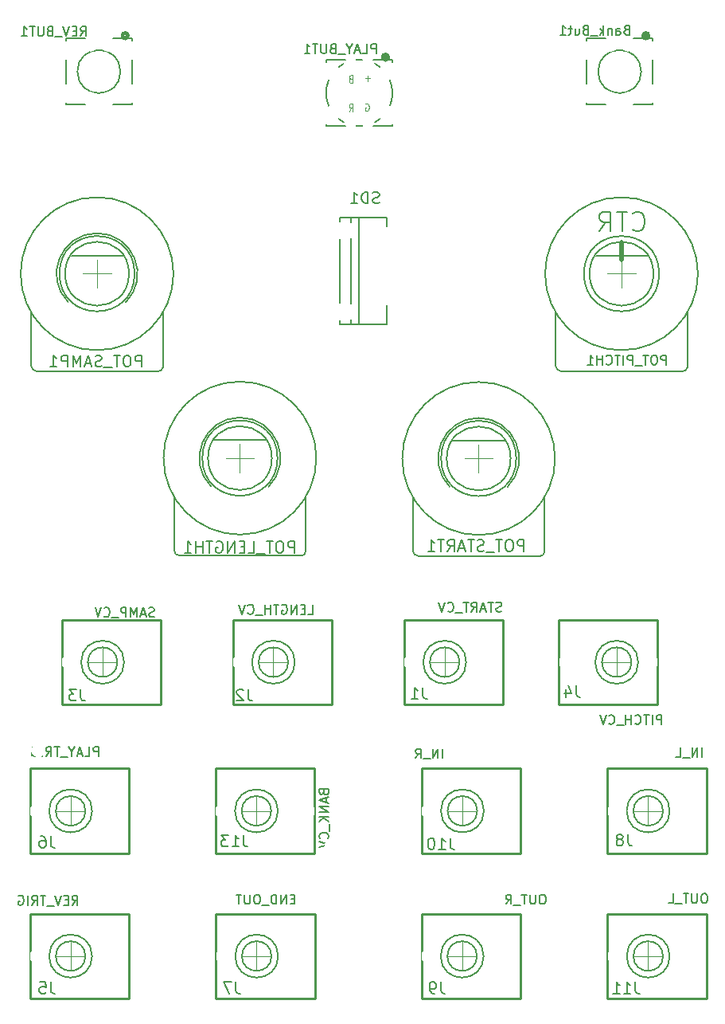
<source format=gbr>
G04 #@! TF.GenerationSoftware,KiCad,Pcbnew,7.0.1-0*
G04 #@! TF.CreationDate,2023-04-05T16:45:21-07:00*
G04 #@! TF.ProjectId,Kit-Trig-Sampler,4b69742d-5472-4696-972d-53616d706c65,rev?*
G04 #@! TF.SameCoordinates,PXb745f8PY7402318*
G04 #@! TF.FileFunction,Legend,Bot*
G04 #@! TF.FilePolarity,Positive*
%FSLAX46Y46*%
G04 Gerber Fmt 4.6, Leading zero omitted, Abs format (unit mm)*
G04 Created by KiCad (PCBNEW 7.0.1-0) date 2023-04-05 16:45:21*
%MOMM*%
%LPD*%
G01*
G04 APERTURE LIST*
%ADD10C,0.150000*%
%ADD11C,0.152400*%
%ADD12C,0.203200*%
%ADD13C,0.120000*%
%ADD14C,0.127000*%
%ADD15C,0.254000*%
%ADD16C,0.400000*%
%ADD17C,0.508000*%
%ADD18C,1.397000*%
%ADD19C,1.600000*%
%ADD20R,1.600000X1.600000*%
%ADD21O,1.600000X1.600000*%
%ADD22R,1.700000X1.700000*%
%ADD23O,1.700000X1.700000*%
%ADD24R,1.500000X1.500000*%
%ADD25C,1.500000*%
%ADD26C,1.930400*%
%ADD27C,1.800000*%
%ADD28O,1.397000X1.092200*%
%ADD29O,1.524000X1.524000*%
%ADD30C,2.540000*%
G04 APERTURE END LIST*
D10*
X8441381Y13396181D02*
X8774714Y13872372D01*
X9012809Y13396181D02*
X9012809Y14396181D01*
X9012809Y14396181D02*
X8631857Y14396181D01*
X8631857Y14396181D02*
X8536619Y14348562D01*
X8536619Y14348562D02*
X8489000Y14300943D01*
X8489000Y14300943D02*
X8441381Y14205705D01*
X8441381Y14205705D02*
X8441381Y14062848D01*
X8441381Y14062848D02*
X8489000Y13967610D01*
X8489000Y13967610D02*
X8536619Y13919991D01*
X8536619Y13919991D02*
X8631857Y13872372D01*
X8631857Y13872372D02*
X9012809Y13872372D01*
X8012809Y13919991D02*
X7679476Y13919991D01*
X7536619Y13396181D02*
X8012809Y13396181D01*
X8012809Y13396181D02*
X8012809Y14396181D01*
X8012809Y14396181D02*
X7536619Y14396181D01*
X7250904Y14396181D02*
X6917571Y13396181D01*
X6917571Y13396181D02*
X6584238Y14396181D01*
X6489000Y13300943D02*
X5727095Y13300943D01*
X5631856Y14396181D02*
X5060428Y14396181D01*
X5346142Y13396181D02*
X5346142Y14396181D01*
X4155666Y13396181D02*
X4488999Y13872372D01*
X4727094Y13396181D02*
X4727094Y14396181D01*
X4727094Y14396181D02*
X4346142Y14396181D01*
X4346142Y14396181D02*
X4250904Y14348562D01*
X4250904Y14348562D02*
X4203285Y14300943D01*
X4203285Y14300943D02*
X4155666Y14205705D01*
X4155666Y14205705D02*
X4155666Y14062848D01*
X4155666Y14062848D02*
X4203285Y13967610D01*
X4203285Y13967610D02*
X4250904Y13919991D01*
X4250904Y13919991D02*
X4346142Y13872372D01*
X4346142Y13872372D02*
X4727094Y13872372D01*
X3727094Y13396181D02*
X3727094Y14396181D01*
X2727095Y14348562D02*
X2822333Y14396181D01*
X2822333Y14396181D02*
X2965190Y14396181D01*
X2965190Y14396181D02*
X3108047Y14348562D01*
X3108047Y14348562D02*
X3203285Y14253324D01*
X3203285Y14253324D02*
X3250904Y14158086D01*
X3250904Y14158086D02*
X3298523Y13967610D01*
X3298523Y13967610D02*
X3298523Y13824753D01*
X3298523Y13824753D02*
X3250904Y13634277D01*
X3250904Y13634277D02*
X3203285Y13539039D01*
X3203285Y13539039D02*
X3108047Y13443800D01*
X3108047Y13443800D02*
X2965190Y13396181D01*
X2965190Y13396181D02*
X2869952Y13396181D01*
X2869952Y13396181D02*
X2727095Y13443800D01*
X2727095Y13443800D02*
X2679476Y13491420D01*
X2679476Y13491420D02*
X2679476Y13824753D01*
X2679476Y13824753D02*
X2869952Y13824753D01*
X75446142Y29096181D02*
X75446142Y30096181D01*
X74969952Y29096181D02*
X74969952Y30096181D01*
X74969952Y30096181D02*
X74398524Y29096181D01*
X74398524Y29096181D02*
X74398524Y30096181D01*
X74160429Y29000943D02*
X73398524Y29000943D01*
X72684238Y29096181D02*
X73160428Y29096181D01*
X73160428Y29096181D02*
X73160428Y30096181D01*
X32122333Y14019991D02*
X31789000Y14019991D01*
X31646143Y13496181D02*
X32122333Y13496181D01*
X32122333Y13496181D02*
X32122333Y14496181D01*
X32122333Y14496181D02*
X31646143Y14496181D01*
X31217571Y13496181D02*
X31217571Y14496181D01*
X31217571Y14496181D02*
X30646143Y13496181D01*
X30646143Y13496181D02*
X30646143Y14496181D01*
X30169952Y13496181D02*
X30169952Y14496181D01*
X30169952Y14496181D02*
X29931857Y14496181D01*
X29931857Y14496181D02*
X29789000Y14448562D01*
X29789000Y14448562D02*
X29693762Y14353324D01*
X29693762Y14353324D02*
X29646143Y14258086D01*
X29646143Y14258086D02*
X29598524Y14067610D01*
X29598524Y14067610D02*
X29598524Y13924753D01*
X29598524Y13924753D02*
X29646143Y13734277D01*
X29646143Y13734277D02*
X29693762Y13639039D01*
X29693762Y13639039D02*
X29789000Y13543800D01*
X29789000Y13543800D02*
X29931857Y13496181D01*
X29931857Y13496181D02*
X30169952Y13496181D01*
X29408048Y13400943D02*
X28646143Y13400943D01*
X28217571Y14496181D02*
X28027095Y14496181D01*
X28027095Y14496181D02*
X27931857Y14448562D01*
X27931857Y14448562D02*
X27836619Y14353324D01*
X27836619Y14353324D02*
X27789000Y14162848D01*
X27789000Y14162848D02*
X27789000Y13829515D01*
X27789000Y13829515D02*
X27836619Y13639039D01*
X27836619Y13639039D02*
X27931857Y13543800D01*
X27931857Y13543800D02*
X28027095Y13496181D01*
X28027095Y13496181D02*
X28217571Y13496181D01*
X28217571Y13496181D02*
X28312809Y13543800D01*
X28312809Y13543800D02*
X28408047Y13639039D01*
X28408047Y13639039D02*
X28455666Y13829515D01*
X28455666Y13829515D02*
X28455666Y14162848D01*
X28455666Y14162848D02*
X28408047Y14353324D01*
X28408047Y14353324D02*
X28312809Y14448562D01*
X28312809Y14448562D02*
X28217571Y14496181D01*
X27360428Y14496181D02*
X27360428Y13686658D01*
X27360428Y13686658D02*
X27312809Y13591420D01*
X27312809Y13591420D02*
X27265190Y13543800D01*
X27265190Y13543800D02*
X27169952Y13496181D01*
X27169952Y13496181D02*
X26979476Y13496181D01*
X26979476Y13496181D02*
X26884238Y13543800D01*
X26884238Y13543800D02*
X26836619Y13591420D01*
X26836619Y13591420D02*
X26789000Y13686658D01*
X26789000Y13686658D02*
X26789000Y14496181D01*
X26455666Y14496181D02*
X25884238Y14496181D01*
X26169952Y13496181D02*
X26169952Y14496181D01*
X35202809Y25356182D02*
X35250428Y25213325D01*
X35250428Y25213325D02*
X35298047Y25165706D01*
X35298047Y25165706D02*
X35393285Y25118087D01*
X35393285Y25118087D02*
X35536142Y25118087D01*
X35536142Y25118087D02*
X35631380Y25165706D01*
X35631380Y25165706D02*
X35679000Y25213325D01*
X35679000Y25213325D02*
X35726619Y25308563D01*
X35726619Y25308563D02*
X35726619Y25689515D01*
X35726619Y25689515D02*
X34726619Y25689515D01*
X34726619Y25689515D02*
X34726619Y25356182D01*
X34726619Y25356182D02*
X34774238Y25260944D01*
X34774238Y25260944D02*
X34821857Y25213325D01*
X34821857Y25213325D02*
X34917095Y25165706D01*
X34917095Y25165706D02*
X35012333Y25165706D01*
X35012333Y25165706D02*
X35107571Y25213325D01*
X35107571Y25213325D02*
X35155190Y25260944D01*
X35155190Y25260944D02*
X35202809Y25356182D01*
X35202809Y25356182D02*
X35202809Y25689515D01*
X35440904Y24737134D02*
X35440904Y24260944D01*
X35726619Y24832372D02*
X34726619Y24499039D01*
X34726619Y24499039D02*
X35726619Y24165706D01*
X35726619Y23832372D02*
X34726619Y23832372D01*
X34726619Y23832372D02*
X35726619Y23260944D01*
X35726619Y23260944D02*
X34726619Y23260944D01*
X35726619Y22784753D02*
X34726619Y22784753D01*
X35726619Y22213325D02*
X35155190Y22641896D01*
X34726619Y22213325D02*
X35298047Y22784753D01*
X35821857Y22022848D02*
X35821857Y21260944D01*
X35631380Y20451420D02*
X35679000Y20499039D01*
X35679000Y20499039D02*
X35726619Y20641896D01*
X35726619Y20641896D02*
X35726619Y20737134D01*
X35726619Y20737134D02*
X35679000Y20879991D01*
X35679000Y20879991D02*
X35583761Y20975229D01*
X35583761Y20975229D02*
X35488523Y21022848D01*
X35488523Y21022848D02*
X35298047Y21070467D01*
X35298047Y21070467D02*
X35155190Y21070467D01*
X35155190Y21070467D02*
X34964714Y21022848D01*
X34964714Y21022848D02*
X34869476Y20975229D01*
X34869476Y20975229D02*
X34774238Y20879991D01*
X34774238Y20879991D02*
X34726619Y20737134D01*
X34726619Y20737134D02*
X34726619Y20641896D01*
X34726619Y20641896D02*
X34774238Y20499039D01*
X34774238Y20499039D02*
X34821857Y20451420D01*
X34726619Y20165705D02*
X35726619Y19832372D01*
X35726619Y19832372D02*
X34726619Y19499039D01*
X75789000Y14596181D02*
X75598524Y14596181D01*
X75598524Y14596181D02*
X75503286Y14548562D01*
X75503286Y14548562D02*
X75408048Y14453324D01*
X75408048Y14453324D02*
X75360429Y14262848D01*
X75360429Y14262848D02*
X75360429Y13929515D01*
X75360429Y13929515D02*
X75408048Y13739039D01*
X75408048Y13739039D02*
X75503286Y13643800D01*
X75503286Y13643800D02*
X75598524Y13596181D01*
X75598524Y13596181D02*
X75789000Y13596181D01*
X75789000Y13596181D02*
X75884238Y13643800D01*
X75884238Y13643800D02*
X75979476Y13739039D01*
X75979476Y13739039D02*
X76027095Y13929515D01*
X76027095Y13929515D02*
X76027095Y14262848D01*
X76027095Y14262848D02*
X75979476Y14453324D01*
X75979476Y14453324D02*
X75884238Y14548562D01*
X75884238Y14548562D02*
X75789000Y14596181D01*
X74931857Y14596181D02*
X74931857Y13786658D01*
X74931857Y13786658D02*
X74884238Y13691420D01*
X74884238Y13691420D02*
X74836619Y13643800D01*
X74836619Y13643800D02*
X74741381Y13596181D01*
X74741381Y13596181D02*
X74550905Y13596181D01*
X74550905Y13596181D02*
X74455667Y13643800D01*
X74455667Y13643800D02*
X74408048Y13691420D01*
X74408048Y13691420D02*
X74360429Y13786658D01*
X74360429Y13786658D02*
X74360429Y14596181D01*
X74027095Y14596181D02*
X73455667Y14596181D01*
X73741381Y13596181D02*
X73741381Y14596181D01*
X73360429Y13500943D02*
X72598524Y13500943D01*
X71884238Y13596181D02*
X72360428Y13596181D01*
X72360428Y13596181D02*
X72360428Y14596181D01*
X54120905Y44593800D02*
X53978048Y44546181D01*
X53978048Y44546181D02*
X53739953Y44546181D01*
X53739953Y44546181D02*
X53644715Y44593800D01*
X53644715Y44593800D02*
X53597096Y44641420D01*
X53597096Y44641420D02*
X53549477Y44736658D01*
X53549477Y44736658D02*
X53549477Y44831896D01*
X53549477Y44831896D02*
X53597096Y44927134D01*
X53597096Y44927134D02*
X53644715Y44974753D01*
X53644715Y44974753D02*
X53739953Y45022372D01*
X53739953Y45022372D02*
X53930429Y45069991D01*
X53930429Y45069991D02*
X54025667Y45117610D01*
X54025667Y45117610D02*
X54073286Y45165229D01*
X54073286Y45165229D02*
X54120905Y45260467D01*
X54120905Y45260467D02*
X54120905Y45355705D01*
X54120905Y45355705D02*
X54073286Y45450943D01*
X54073286Y45450943D02*
X54025667Y45498562D01*
X54025667Y45498562D02*
X53930429Y45546181D01*
X53930429Y45546181D02*
X53692334Y45546181D01*
X53692334Y45546181D02*
X53549477Y45498562D01*
X53263762Y45546181D02*
X52692334Y45546181D01*
X52978048Y44546181D02*
X52978048Y45546181D01*
X52406619Y44831896D02*
X51930429Y44831896D01*
X52501857Y44546181D02*
X52168524Y45546181D01*
X52168524Y45546181D02*
X51835191Y44546181D01*
X50930429Y44546181D02*
X51263762Y45022372D01*
X51501857Y44546181D02*
X51501857Y45546181D01*
X51501857Y45546181D02*
X51120905Y45546181D01*
X51120905Y45546181D02*
X51025667Y45498562D01*
X51025667Y45498562D02*
X50978048Y45450943D01*
X50978048Y45450943D02*
X50930429Y45355705D01*
X50930429Y45355705D02*
X50930429Y45212848D01*
X50930429Y45212848D02*
X50978048Y45117610D01*
X50978048Y45117610D02*
X51025667Y45069991D01*
X51025667Y45069991D02*
X51120905Y45022372D01*
X51120905Y45022372D02*
X51501857Y45022372D01*
X50644714Y45546181D02*
X50073286Y45546181D01*
X50359000Y44546181D02*
X50359000Y45546181D01*
X49978048Y44450943D02*
X49216143Y44450943D01*
X48406619Y44641420D02*
X48454238Y44593800D01*
X48454238Y44593800D02*
X48597095Y44546181D01*
X48597095Y44546181D02*
X48692333Y44546181D01*
X48692333Y44546181D02*
X48835190Y44593800D01*
X48835190Y44593800D02*
X48930428Y44689039D01*
X48930428Y44689039D02*
X48978047Y44784277D01*
X48978047Y44784277D02*
X49025666Y44974753D01*
X49025666Y44974753D02*
X49025666Y45117610D01*
X49025666Y45117610D02*
X48978047Y45308086D01*
X48978047Y45308086D02*
X48930428Y45403324D01*
X48930428Y45403324D02*
X48835190Y45498562D01*
X48835190Y45498562D02*
X48692333Y45546181D01*
X48692333Y45546181D02*
X48597095Y45546181D01*
X48597095Y45546181D02*
X48454238Y45498562D01*
X48454238Y45498562D02*
X48406619Y45450943D01*
X48120904Y45546181D02*
X47787571Y44546181D01*
X47787571Y44546181D02*
X47454238Y45546181D01*
X58579476Y14496181D02*
X58389000Y14496181D01*
X58389000Y14496181D02*
X58293762Y14448562D01*
X58293762Y14448562D02*
X58198524Y14353324D01*
X58198524Y14353324D02*
X58150905Y14162848D01*
X58150905Y14162848D02*
X58150905Y13829515D01*
X58150905Y13829515D02*
X58198524Y13639039D01*
X58198524Y13639039D02*
X58293762Y13543800D01*
X58293762Y13543800D02*
X58389000Y13496181D01*
X58389000Y13496181D02*
X58579476Y13496181D01*
X58579476Y13496181D02*
X58674714Y13543800D01*
X58674714Y13543800D02*
X58769952Y13639039D01*
X58769952Y13639039D02*
X58817571Y13829515D01*
X58817571Y13829515D02*
X58817571Y14162848D01*
X58817571Y14162848D02*
X58769952Y14353324D01*
X58769952Y14353324D02*
X58674714Y14448562D01*
X58674714Y14448562D02*
X58579476Y14496181D01*
X57722333Y14496181D02*
X57722333Y13686658D01*
X57722333Y13686658D02*
X57674714Y13591420D01*
X57674714Y13591420D02*
X57627095Y13543800D01*
X57627095Y13543800D02*
X57531857Y13496181D01*
X57531857Y13496181D02*
X57341381Y13496181D01*
X57341381Y13496181D02*
X57246143Y13543800D01*
X57246143Y13543800D02*
X57198524Y13591420D01*
X57198524Y13591420D02*
X57150905Y13686658D01*
X57150905Y13686658D02*
X57150905Y14496181D01*
X56817571Y14496181D02*
X56246143Y14496181D01*
X56531857Y13496181D02*
X56531857Y14496181D01*
X56150905Y13400943D02*
X55389000Y13400943D01*
X54579476Y13496181D02*
X54912809Y13972372D01*
X55150904Y13496181D02*
X55150904Y14496181D01*
X55150904Y14496181D02*
X54769952Y14496181D01*
X54769952Y14496181D02*
X54674714Y14448562D01*
X54674714Y14448562D02*
X54627095Y14400943D01*
X54627095Y14400943D02*
X54579476Y14305705D01*
X54579476Y14305705D02*
X54579476Y14162848D01*
X54579476Y14162848D02*
X54627095Y14067610D01*
X54627095Y14067610D02*
X54674714Y14019991D01*
X54674714Y14019991D02*
X54769952Y13972372D01*
X54769952Y13972372D02*
X55150904Y13972372D01*
X33565191Y44296181D02*
X34041381Y44296181D01*
X34041381Y44296181D02*
X34041381Y45296181D01*
X33231857Y44819991D02*
X32898524Y44819991D01*
X32755667Y44296181D02*
X33231857Y44296181D01*
X33231857Y44296181D02*
X33231857Y45296181D01*
X33231857Y45296181D02*
X32755667Y45296181D01*
X32327095Y44296181D02*
X32327095Y45296181D01*
X32327095Y45296181D02*
X31755667Y44296181D01*
X31755667Y44296181D02*
X31755667Y45296181D01*
X30755667Y45248562D02*
X30850905Y45296181D01*
X30850905Y45296181D02*
X30993762Y45296181D01*
X30993762Y45296181D02*
X31136619Y45248562D01*
X31136619Y45248562D02*
X31231857Y45153324D01*
X31231857Y45153324D02*
X31279476Y45058086D01*
X31279476Y45058086D02*
X31327095Y44867610D01*
X31327095Y44867610D02*
X31327095Y44724753D01*
X31327095Y44724753D02*
X31279476Y44534277D01*
X31279476Y44534277D02*
X31231857Y44439039D01*
X31231857Y44439039D02*
X31136619Y44343800D01*
X31136619Y44343800D02*
X30993762Y44296181D01*
X30993762Y44296181D02*
X30898524Y44296181D01*
X30898524Y44296181D02*
X30755667Y44343800D01*
X30755667Y44343800D02*
X30708048Y44391420D01*
X30708048Y44391420D02*
X30708048Y44724753D01*
X30708048Y44724753D02*
X30898524Y44724753D01*
X30422333Y45296181D02*
X29850905Y45296181D01*
X30136619Y44296181D02*
X30136619Y45296181D01*
X29517571Y44296181D02*
X29517571Y45296181D01*
X29517571Y44819991D02*
X28946143Y44819991D01*
X28946143Y44296181D02*
X28946143Y45296181D01*
X28708048Y44200943D02*
X27946143Y44200943D01*
X27136619Y44391420D02*
X27184238Y44343800D01*
X27184238Y44343800D02*
X27327095Y44296181D01*
X27327095Y44296181D02*
X27422333Y44296181D01*
X27422333Y44296181D02*
X27565190Y44343800D01*
X27565190Y44343800D02*
X27660428Y44439039D01*
X27660428Y44439039D02*
X27708047Y44534277D01*
X27708047Y44534277D02*
X27755666Y44724753D01*
X27755666Y44724753D02*
X27755666Y44867610D01*
X27755666Y44867610D02*
X27708047Y45058086D01*
X27708047Y45058086D02*
X27660428Y45153324D01*
X27660428Y45153324D02*
X27565190Y45248562D01*
X27565190Y45248562D02*
X27422333Y45296181D01*
X27422333Y45296181D02*
X27327095Y45296181D01*
X27327095Y45296181D02*
X27184238Y45248562D01*
X27184238Y45248562D02*
X27136619Y45200943D01*
X26850904Y45296181D02*
X26517571Y44296181D01*
X26517571Y44296181D02*
X26184238Y45296181D01*
X47836618Y28996181D02*
X47836618Y29996181D01*
X47360428Y28996181D02*
X47360428Y29996181D01*
X47360428Y29996181D02*
X46789000Y28996181D01*
X46789000Y28996181D02*
X46789000Y29996181D01*
X46550905Y28900943D02*
X45789000Y28900943D01*
X44979476Y28996181D02*
X45312809Y29472372D01*
X45550904Y28996181D02*
X45550904Y29996181D01*
X45550904Y29996181D02*
X45169952Y29996181D01*
X45169952Y29996181D02*
X45074714Y29948562D01*
X45074714Y29948562D02*
X45027095Y29900943D01*
X45027095Y29900943D02*
X44979476Y29805705D01*
X44979476Y29805705D02*
X44979476Y29662848D01*
X44979476Y29662848D02*
X45027095Y29567610D01*
X45027095Y29567610D02*
X45074714Y29519991D01*
X45074714Y29519991D02*
X45169952Y29472372D01*
X45169952Y29472372D02*
X45550904Y29472372D01*
X17169952Y44043800D02*
X17027095Y43996181D01*
X17027095Y43996181D02*
X16789000Y43996181D01*
X16789000Y43996181D02*
X16693762Y44043800D01*
X16693762Y44043800D02*
X16646143Y44091420D01*
X16646143Y44091420D02*
X16598524Y44186658D01*
X16598524Y44186658D02*
X16598524Y44281896D01*
X16598524Y44281896D02*
X16646143Y44377134D01*
X16646143Y44377134D02*
X16693762Y44424753D01*
X16693762Y44424753D02*
X16789000Y44472372D01*
X16789000Y44472372D02*
X16979476Y44519991D01*
X16979476Y44519991D02*
X17074714Y44567610D01*
X17074714Y44567610D02*
X17122333Y44615229D01*
X17122333Y44615229D02*
X17169952Y44710467D01*
X17169952Y44710467D02*
X17169952Y44805705D01*
X17169952Y44805705D02*
X17122333Y44900943D01*
X17122333Y44900943D02*
X17074714Y44948562D01*
X17074714Y44948562D02*
X16979476Y44996181D01*
X16979476Y44996181D02*
X16741381Y44996181D01*
X16741381Y44996181D02*
X16598524Y44948562D01*
X16217571Y44281896D02*
X15741381Y44281896D01*
X16312809Y43996181D02*
X15979476Y44996181D01*
X15979476Y44996181D02*
X15646143Y43996181D01*
X15312809Y43996181D02*
X15312809Y44996181D01*
X15312809Y44996181D02*
X14979476Y44281896D01*
X14979476Y44281896D02*
X14646143Y44996181D01*
X14646143Y44996181D02*
X14646143Y43996181D01*
X14169952Y43996181D02*
X14169952Y44996181D01*
X14169952Y44996181D02*
X13789000Y44996181D01*
X13789000Y44996181D02*
X13693762Y44948562D01*
X13693762Y44948562D02*
X13646143Y44900943D01*
X13646143Y44900943D02*
X13598524Y44805705D01*
X13598524Y44805705D02*
X13598524Y44662848D01*
X13598524Y44662848D02*
X13646143Y44567610D01*
X13646143Y44567610D02*
X13693762Y44519991D01*
X13693762Y44519991D02*
X13789000Y44472372D01*
X13789000Y44472372D02*
X14169952Y44472372D01*
X13408048Y43900943D02*
X12646143Y43900943D01*
X11836619Y44091420D02*
X11884238Y44043800D01*
X11884238Y44043800D02*
X12027095Y43996181D01*
X12027095Y43996181D02*
X12122333Y43996181D01*
X12122333Y43996181D02*
X12265190Y44043800D01*
X12265190Y44043800D02*
X12360428Y44139039D01*
X12360428Y44139039D02*
X12408047Y44234277D01*
X12408047Y44234277D02*
X12455666Y44424753D01*
X12455666Y44424753D02*
X12455666Y44567610D01*
X12455666Y44567610D02*
X12408047Y44758086D01*
X12408047Y44758086D02*
X12360428Y44853324D01*
X12360428Y44853324D02*
X12265190Y44948562D01*
X12265190Y44948562D02*
X12122333Y44996181D01*
X12122333Y44996181D02*
X12027095Y44996181D01*
X12027095Y44996181D02*
X11884238Y44948562D01*
X11884238Y44948562D02*
X11836619Y44900943D01*
X11550904Y44996181D02*
X11217571Y43996181D01*
X11217571Y43996181D02*
X10884238Y44996181D01*
X11274714Y29196181D02*
X11274714Y30196181D01*
X11274714Y30196181D02*
X10893762Y30196181D01*
X10893762Y30196181D02*
X10798524Y30148562D01*
X10798524Y30148562D02*
X10750905Y30100943D01*
X10750905Y30100943D02*
X10703286Y30005705D01*
X10703286Y30005705D02*
X10703286Y29862848D01*
X10703286Y29862848D02*
X10750905Y29767610D01*
X10750905Y29767610D02*
X10798524Y29719991D01*
X10798524Y29719991D02*
X10893762Y29672372D01*
X10893762Y29672372D02*
X11274714Y29672372D01*
X9798524Y29196181D02*
X10274714Y29196181D01*
X10274714Y29196181D02*
X10274714Y30196181D01*
X9512809Y29481896D02*
X9036619Y29481896D01*
X9608047Y29196181D02*
X9274714Y30196181D01*
X9274714Y30196181D02*
X8941381Y29196181D01*
X8417571Y29672372D02*
X8417571Y29196181D01*
X8750904Y30196181D02*
X8417571Y29672372D01*
X8417571Y29672372D02*
X8084238Y30196181D01*
X7989000Y29100943D02*
X7227095Y29100943D01*
X7131856Y30196181D02*
X6560428Y30196181D01*
X6846142Y29196181D02*
X6846142Y30196181D01*
X5655666Y29196181D02*
X5988999Y29672372D01*
X6227094Y29196181D02*
X6227094Y30196181D01*
X6227094Y30196181D02*
X5846142Y30196181D01*
X5846142Y30196181D02*
X5750904Y30148562D01*
X5750904Y30148562D02*
X5703285Y30100943D01*
X5703285Y30100943D02*
X5655666Y30005705D01*
X5655666Y30005705D02*
X5655666Y29862848D01*
X5655666Y29862848D02*
X5703285Y29767610D01*
X5703285Y29767610D02*
X5750904Y29719991D01*
X5750904Y29719991D02*
X5846142Y29672372D01*
X5846142Y29672372D02*
X6227094Y29672372D01*
X5227094Y29196181D02*
X5227094Y30196181D01*
X4227095Y30148562D02*
X4322333Y30196181D01*
X4322333Y30196181D02*
X4465190Y30196181D01*
X4465190Y30196181D02*
X4608047Y30148562D01*
X4608047Y30148562D02*
X4703285Y30053324D01*
X4703285Y30053324D02*
X4750904Y29958086D01*
X4750904Y29958086D02*
X4798523Y29767610D01*
X4798523Y29767610D02*
X4798523Y29624753D01*
X4798523Y29624753D02*
X4750904Y29434277D01*
X4750904Y29434277D02*
X4703285Y29339039D01*
X4703285Y29339039D02*
X4608047Y29243800D01*
X4608047Y29243800D02*
X4465190Y29196181D01*
X4465190Y29196181D02*
X4369952Y29196181D01*
X4369952Y29196181D02*
X4227095Y29243800D01*
X4227095Y29243800D02*
X4179476Y29291420D01*
X4179476Y29291420D02*
X4179476Y29624753D01*
X4179476Y29624753D02*
X4369952Y29624753D01*
X71155666Y32596181D02*
X71155666Y33596181D01*
X71155666Y33596181D02*
X70774714Y33596181D01*
X70774714Y33596181D02*
X70679476Y33548562D01*
X70679476Y33548562D02*
X70631857Y33500943D01*
X70631857Y33500943D02*
X70584238Y33405705D01*
X70584238Y33405705D02*
X70584238Y33262848D01*
X70584238Y33262848D02*
X70631857Y33167610D01*
X70631857Y33167610D02*
X70679476Y33119991D01*
X70679476Y33119991D02*
X70774714Y33072372D01*
X70774714Y33072372D02*
X71155666Y33072372D01*
X70155666Y32596181D02*
X70155666Y33596181D01*
X69822333Y33596181D02*
X69250905Y33596181D01*
X69536619Y32596181D02*
X69536619Y33596181D01*
X68346143Y32691420D02*
X68393762Y32643800D01*
X68393762Y32643800D02*
X68536619Y32596181D01*
X68536619Y32596181D02*
X68631857Y32596181D01*
X68631857Y32596181D02*
X68774714Y32643800D01*
X68774714Y32643800D02*
X68869952Y32739039D01*
X68869952Y32739039D02*
X68917571Y32834277D01*
X68917571Y32834277D02*
X68965190Y33024753D01*
X68965190Y33024753D02*
X68965190Y33167610D01*
X68965190Y33167610D02*
X68917571Y33358086D01*
X68917571Y33358086D02*
X68869952Y33453324D01*
X68869952Y33453324D02*
X68774714Y33548562D01*
X68774714Y33548562D02*
X68631857Y33596181D01*
X68631857Y33596181D02*
X68536619Y33596181D01*
X68536619Y33596181D02*
X68393762Y33548562D01*
X68393762Y33548562D02*
X68346143Y33500943D01*
X67917571Y32596181D02*
X67917571Y33596181D01*
X67917571Y33119991D02*
X67346143Y33119991D01*
X67346143Y32596181D02*
X67346143Y33596181D01*
X67108048Y32500943D02*
X66346143Y32500943D01*
X65536619Y32691420D02*
X65584238Y32643800D01*
X65584238Y32643800D02*
X65727095Y32596181D01*
X65727095Y32596181D02*
X65822333Y32596181D01*
X65822333Y32596181D02*
X65965190Y32643800D01*
X65965190Y32643800D02*
X66060428Y32739039D01*
X66060428Y32739039D02*
X66108047Y32834277D01*
X66108047Y32834277D02*
X66155666Y33024753D01*
X66155666Y33024753D02*
X66155666Y33167610D01*
X66155666Y33167610D02*
X66108047Y33358086D01*
X66108047Y33358086D02*
X66060428Y33453324D01*
X66060428Y33453324D02*
X65965190Y33548562D01*
X65965190Y33548562D02*
X65822333Y33596181D01*
X65822333Y33596181D02*
X65727095Y33596181D01*
X65727095Y33596181D02*
X65584238Y33548562D01*
X65584238Y33548562D02*
X65536619Y33500943D01*
X65250904Y33596181D02*
X64917571Y32596181D01*
X64917571Y32596181D02*
X64584238Y33596181D01*
D11*
G04 #@! TO.C,J10*
X48657023Y20497953D02*
X48657023Y19636167D01*
X48657023Y19636167D02*
X48714476Y19463810D01*
X48714476Y19463810D02*
X48829380Y19348905D01*
X48829380Y19348905D02*
X49001738Y19291453D01*
X49001738Y19291453D02*
X49116642Y19291453D01*
X47450523Y19291453D02*
X48139952Y19291453D01*
X47795238Y19291453D02*
X47795238Y20497953D01*
X47795238Y20497953D02*
X47910142Y20325596D01*
X47910142Y20325596D02*
X48025047Y20210691D01*
X48025047Y20210691D02*
X48139952Y20153239D01*
X46703642Y20497953D02*
X46588737Y20497953D01*
X46588737Y20497953D02*
X46473833Y20440501D01*
X46473833Y20440501D02*
X46416380Y20383048D01*
X46416380Y20383048D02*
X46358928Y20268144D01*
X46358928Y20268144D02*
X46301475Y20038334D01*
X46301475Y20038334D02*
X46301475Y19751072D01*
X46301475Y19751072D02*
X46358928Y19521263D01*
X46358928Y19521263D02*
X46416380Y19406358D01*
X46416380Y19406358D02*
X46473833Y19348905D01*
X46473833Y19348905D02*
X46588737Y19291453D01*
X46588737Y19291453D02*
X46703642Y19291453D01*
X46703642Y19291453D02*
X46818547Y19348905D01*
X46818547Y19348905D02*
X46875999Y19406358D01*
X46875999Y19406358D02*
X46933452Y19521263D01*
X46933452Y19521263D02*
X46990904Y19751072D01*
X46990904Y19751072D02*
X46990904Y20038334D01*
X46990904Y20038334D02*
X46933452Y20268144D01*
X46933452Y20268144D02*
X46875999Y20383048D01*
X46875999Y20383048D02*
X46818547Y20440501D01*
X46818547Y20440501D02*
X46703642Y20497953D01*
D10*
G04 #@! TO.C,Bank_But1*
X67422333Y106374991D02*
X67279476Y106327372D01*
X67279476Y106327372D02*
X67231857Y106279753D01*
X67231857Y106279753D02*
X67184238Y106184515D01*
X67184238Y106184515D02*
X67184238Y106041658D01*
X67184238Y106041658D02*
X67231857Y105946420D01*
X67231857Y105946420D02*
X67279476Y105898800D01*
X67279476Y105898800D02*
X67374714Y105851181D01*
X67374714Y105851181D02*
X67755666Y105851181D01*
X67755666Y105851181D02*
X67755666Y106851181D01*
X67755666Y106851181D02*
X67422333Y106851181D01*
X67422333Y106851181D02*
X67327095Y106803562D01*
X67327095Y106803562D02*
X67279476Y106755943D01*
X67279476Y106755943D02*
X67231857Y106660705D01*
X67231857Y106660705D02*
X67231857Y106565467D01*
X67231857Y106565467D02*
X67279476Y106470229D01*
X67279476Y106470229D02*
X67327095Y106422610D01*
X67327095Y106422610D02*
X67422333Y106374991D01*
X67422333Y106374991D02*
X67755666Y106374991D01*
X66327095Y105851181D02*
X66327095Y106374991D01*
X66327095Y106374991D02*
X66374714Y106470229D01*
X66374714Y106470229D02*
X66469952Y106517848D01*
X66469952Y106517848D02*
X66660428Y106517848D01*
X66660428Y106517848D02*
X66755666Y106470229D01*
X66327095Y105898800D02*
X66422333Y105851181D01*
X66422333Y105851181D02*
X66660428Y105851181D01*
X66660428Y105851181D02*
X66755666Y105898800D01*
X66755666Y105898800D02*
X66803285Y105994039D01*
X66803285Y105994039D02*
X66803285Y106089277D01*
X66803285Y106089277D02*
X66755666Y106184515D01*
X66755666Y106184515D02*
X66660428Y106232134D01*
X66660428Y106232134D02*
X66422333Y106232134D01*
X66422333Y106232134D02*
X66327095Y106279753D01*
X65850904Y106517848D02*
X65850904Y105851181D01*
X65850904Y106422610D02*
X65803285Y106470229D01*
X65803285Y106470229D02*
X65708047Y106517848D01*
X65708047Y106517848D02*
X65565190Y106517848D01*
X65565190Y106517848D02*
X65469952Y106470229D01*
X65469952Y106470229D02*
X65422333Y106374991D01*
X65422333Y106374991D02*
X65422333Y105851181D01*
X64946142Y105851181D02*
X64946142Y106851181D01*
X64850904Y106232134D02*
X64565190Y105851181D01*
X64565190Y106517848D02*
X64946142Y106136896D01*
X64374714Y105755943D02*
X63612809Y105755943D01*
X63041380Y106374991D02*
X62898523Y106327372D01*
X62898523Y106327372D02*
X62850904Y106279753D01*
X62850904Y106279753D02*
X62803285Y106184515D01*
X62803285Y106184515D02*
X62803285Y106041658D01*
X62803285Y106041658D02*
X62850904Y105946420D01*
X62850904Y105946420D02*
X62898523Y105898800D01*
X62898523Y105898800D02*
X62993761Y105851181D01*
X62993761Y105851181D02*
X63374713Y105851181D01*
X63374713Y105851181D02*
X63374713Y106851181D01*
X63374713Y106851181D02*
X63041380Y106851181D01*
X63041380Y106851181D02*
X62946142Y106803562D01*
X62946142Y106803562D02*
X62898523Y106755943D01*
X62898523Y106755943D02*
X62850904Y106660705D01*
X62850904Y106660705D02*
X62850904Y106565467D01*
X62850904Y106565467D02*
X62898523Y106470229D01*
X62898523Y106470229D02*
X62946142Y106422610D01*
X62946142Y106422610D02*
X63041380Y106374991D01*
X63041380Y106374991D02*
X63374713Y106374991D01*
X61946142Y106517848D02*
X61946142Y105851181D01*
X62374713Y106517848D02*
X62374713Y105994039D01*
X62374713Y105994039D02*
X62327094Y105898800D01*
X62327094Y105898800D02*
X62231856Y105851181D01*
X62231856Y105851181D02*
X62088999Y105851181D01*
X62088999Y105851181D02*
X61993761Y105898800D01*
X61993761Y105898800D02*
X61946142Y105946420D01*
X61612808Y106517848D02*
X61231856Y106517848D01*
X61469951Y106851181D02*
X61469951Y105994039D01*
X61469951Y105994039D02*
X61422332Y105898800D01*
X61422332Y105898800D02*
X61327094Y105851181D01*
X61327094Y105851181D02*
X61231856Y105851181D01*
X60374713Y105851181D02*
X60946141Y105851181D01*
X60660427Y105851181D02*
X60660427Y106851181D01*
X60660427Y106851181D02*
X60755665Y106708324D01*
X60755665Y106708324D02*
X60850903Y106613086D01*
X60850903Y106613086D02*
X60946141Y106565467D01*
G04 #@! TO.C,SD1*
X41113285Y87998564D02*
X40941857Y87941422D01*
X40941857Y87941422D02*
X40656142Y87941422D01*
X40656142Y87941422D02*
X40541857Y87998564D01*
X40541857Y87998564D02*
X40484714Y88055707D01*
X40484714Y88055707D02*
X40427571Y88169993D01*
X40427571Y88169993D02*
X40427571Y88284279D01*
X40427571Y88284279D02*
X40484714Y88398564D01*
X40484714Y88398564D02*
X40541857Y88455707D01*
X40541857Y88455707D02*
X40656142Y88512850D01*
X40656142Y88512850D02*
X40884714Y88569993D01*
X40884714Y88569993D02*
X40998999Y88627136D01*
X40998999Y88627136D02*
X41056142Y88684279D01*
X41056142Y88684279D02*
X41113285Y88798564D01*
X41113285Y88798564D02*
X41113285Y88912850D01*
X41113285Y88912850D02*
X41056142Y89027136D01*
X41056142Y89027136D02*
X40998999Y89084279D01*
X40998999Y89084279D02*
X40884714Y89141422D01*
X40884714Y89141422D02*
X40598999Y89141422D01*
X40598999Y89141422D02*
X40427571Y89084279D01*
X39913285Y87941422D02*
X39913285Y89141422D01*
X39913285Y89141422D02*
X39627571Y89141422D01*
X39627571Y89141422D02*
X39456142Y89084279D01*
X39456142Y89084279D02*
X39341857Y88969993D01*
X39341857Y88969993D02*
X39284714Y88855707D01*
X39284714Y88855707D02*
X39227571Y88627136D01*
X39227571Y88627136D02*
X39227571Y88455707D01*
X39227571Y88455707D02*
X39284714Y88227136D01*
X39284714Y88227136D02*
X39341857Y88112850D01*
X39341857Y88112850D02*
X39456142Y87998564D01*
X39456142Y87998564D02*
X39627571Y87941422D01*
X39627571Y87941422D02*
X39913285Y87941422D01*
X38084714Y87941422D02*
X38770428Y87941422D01*
X38427571Y87941422D02*
X38427571Y89141422D01*
X38427571Y89141422D02*
X38541857Y88969993D01*
X38541857Y88969993D02*
X38656142Y88855707D01*
X38656142Y88855707D02*
X38770428Y88798564D01*
D11*
G04 #@! TO.C,POT_LENGTH1*
X32081641Y50824167D02*
X32081641Y52030667D01*
X32081641Y52030667D02*
X31622022Y52030667D01*
X31622022Y52030667D02*
X31507117Y51973215D01*
X31507117Y51973215D02*
X31449664Y51915762D01*
X31449664Y51915762D02*
X31392212Y51800858D01*
X31392212Y51800858D02*
X31392212Y51628500D01*
X31392212Y51628500D02*
X31449664Y51513596D01*
X31449664Y51513596D02*
X31507117Y51456143D01*
X31507117Y51456143D02*
X31622022Y51398691D01*
X31622022Y51398691D02*
X32081641Y51398691D01*
X30645331Y52030667D02*
X30415522Y52030667D01*
X30415522Y52030667D02*
X30300617Y51973215D01*
X30300617Y51973215D02*
X30185712Y51858310D01*
X30185712Y51858310D02*
X30128260Y51628500D01*
X30128260Y51628500D02*
X30128260Y51226334D01*
X30128260Y51226334D02*
X30185712Y50996524D01*
X30185712Y50996524D02*
X30300617Y50881619D01*
X30300617Y50881619D02*
X30415522Y50824167D01*
X30415522Y50824167D02*
X30645331Y50824167D01*
X30645331Y50824167D02*
X30760236Y50881619D01*
X30760236Y50881619D02*
X30875141Y50996524D01*
X30875141Y50996524D02*
X30932593Y51226334D01*
X30932593Y51226334D02*
X30932593Y51628500D01*
X30932593Y51628500D02*
X30875141Y51858310D01*
X30875141Y51858310D02*
X30760236Y51973215D01*
X30760236Y51973215D02*
X30645331Y52030667D01*
X29783546Y52030667D02*
X29094117Y52030667D01*
X29438831Y50824167D02*
X29438831Y52030667D01*
X28979213Y50709262D02*
X28059974Y50709262D01*
X27198189Y50824167D02*
X27772713Y50824167D01*
X27772713Y50824167D02*
X27772713Y52030667D01*
X26796023Y51456143D02*
X26393856Y51456143D01*
X26221499Y50824167D02*
X26796023Y50824167D01*
X26796023Y50824167D02*
X26796023Y52030667D01*
X26796023Y52030667D02*
X26221499Y52030667D01*
X25704428Y50824167D02*
X25704428Y52030667D01*
X25704428Y52030667D02*
X25014999Y50824167D01*
X25014999Y50824167D02*
X25014999Y52030667D01*
X23808499Y51973215D02*
X23923404Y52030667D01*
X23923404Y52030667D02*
X24095761Y52030667D01*
X24095761Y52030667D02*
X24268118Y51973215D01*
X24268118Y51973215D02*
X24383023Y51858310D01*
X24383023Y51858310D02*
X24440476Y51743405D01*
X24440476Y51743405D02*
X24497928Y51513596D01*
X24497928Y51513596D02*
X24497928Y51341239D01*
X24497928Y51341239D02*
X24440476Y51111429D01*
X24440476Y51111429D02*
X24383023Y50996524D01*
X24383023Y50996524D02*
X24268118Y50881619D01*
X24268118Y50881619D02*
X24095761Y50824167D01*
X24095761Y50824167D02*
X23980857Y50824167D01*
X23980857Y50824167D02*
X23808499Y50881619D01*
X23808499Y50881619D02*
X23751047Y50939072D01*
X23751047Y50939072D02*
X23751047Y51341239D01*
X23751047Y51341239D02*
X23980857Y51341239D01*
X23406333Y52030667D02*
X22716904Y52030667D01*
X23061618Y50824167D02*
X23061618Y52030667D01*
X22314738Y50824167D02*
X22314738Y52030667D01*
X22314738Y51456143D02*
X21625309Y51456143D01*
X21625309Y50824167D02*
X21625309Y52030667D01*
X20418809Y50824167D02*
X21108238Y50824167D01*
X20763524Y50824167D02*
X20763524Y52030667D01*
X20763524Y52030667D02*
X20878428Y51858310D01*
X20878428Y51858310D02*
X20993333Y51743405D01*
X20993333Y51743405D02*
X21108238Y51685953D01*
G04 #@! TO.C,J2*
X27157023Y36297953D02*
X27157023Y35436167D01*
X27157023Y35436167D02*
X27214476Y35263810D01*
X27214476Y35263810D02*
X27329380Y35148905D01*
X27329380Y35148905D02*
X27501738Y35091453D01*
X27501738Y35091453D02*
X27616642Y35091453D01*
X26639952Y36183048D02*
X26582500Y36240501D01*
X26582500Y36240501D02*
X26467595Y36297953D01*
X26467595Y36297953D02*
X26180333Y36297953D01*
X26180333Y36297953D02*
X26065428Y36240501D01*
X26065428Y36240501D02*
X26007976Y36183048D01*
X26007976Y36183048D02*
X25950523Y36068144D01*
X25950523Y36068144D02*
X25950523Y35953239D01*
X25950523Y35953239D02*
X26007976Y35780882D01*
X26007976Y35780882D02*
X26697404Y35091453D01*
X26697404Y35091453D02*
X25950523Y35091453D01*
D10*
G04 #@! TO.C,POT_PITCH1*
X71652428Y70796181D02*
X71652428Y71796181D01*
X71652428Y71796181D02*
X71271476Y71796181D01*
X71271476Y71796181D02*
X71176238Y71748562D01*
X71176238Y71748562D02*
X71128619Y71700943D01*
X71128619Y71700943D02*
X71081000Y71605705D01*
X71081000Y71605705D02*
X71081000Y71462848D01*
X71081000Y71462848D02*
X71128619Y71367610D01*
X71128619Y71367610D02*
X71176238Y71319991D01*
X71176238Y71319991D02*
X71271476Y71272372D01*
X71271476Y71272372D02*
X71652428Y71272372D01*
X70461952Y71796181D02*
X70271476Y71796181D01*
X70271476Y71796181D02*
X70176238Y71748562D01*
X70176238Y71748562D02*
X70081000Y71653324D01*
X70081000Y71653324D02*
X70033381Y71462848D01*
X70033381Y71462848D02*
X70033381Y71129515D01*
X70033381Y71129515D02*
X70081000Y70939039D01*
X70081000Y70939039D02*
X70176238Y70843800D01*
X70176238Y70843800D02*
X70271476Y70796181D01*
X70271476Y70796181D02*
X70461952Y70796181D01*
X70461952Y70796181D02*
X70557190Y70843800D01*
X70557190Y70843800D02*
X70652428Y70939039D01*
X70652428Y70939039D02*
X70700047Y71129515D01*
X70700047Y71129515D02*
X70700047Y71462848D01*
X70700047Y71462848D02*
X70652428Y71653324D01*
X70652428Y71653324D02*
X70557190Y71748562D01*
X70557190Y71748562D02*
X70461952Y71796181D01*
X69747666Y71796181D02*
X69176238Y71796181D01*
X69461952Y70796181D02*
X69461952Y71796181D01*
X69081000Y70700943D02*
X68319095Y70700943D01*
X68080999Y70796181D02*
X68080999Y71796181D01*
X68080999Y71796181D02*
X67700047Y71796181D01*
X67700047Y71796181D02*
X67604809Y71748562D01*
X67604809Y71748562D02*
X67557190Y71700943D01*
X67557190Y71700943D02*
X67509571Y71605705D01*
X67509571Y71605705D02*
X67509571Y71462848D01*
X67509571Y71462848D02*
X67557190Y71367610D01*
X67557190Y71367610D02*
X67604809Y71319991D01*
X67604809Y71319991D02*
X67700047Y71272372D01*
X67700047Y71272372D02*
X68080999Y71272372D01*
X67080999Y70796181D02*
X67080999Y71796181D01*
X66747666Y71796181D02*
X66176238Y71796181D01*
X66461952Y70796181D02*
X66461952Y71796181D01*
X65271476Y70891420D02*
X65319095Y70843800D01*
X65319095Y70843800D02*
X65461952Y70796181D01*
X65461952Y70796181D02*
X65557190Y70796181D01*
X65557190Y70796181D02*
X65700047Y70843800D01*
X65700047Y70843800D02*
X65795285Y70939039D01*
X65795285Y70939039D02*
X65842904Y71034277D01*
X65842904Y71034277D02*
X65890523Y71224753D01*
X65890523Y71224753D02*
X65890523Y71367610D01*
X65890523Y71367610D02*
X65842904Y71558086D01*
X65842904Y71558086D02*
X65795285Y71653324D01*
X65795285Y71653324D02*
X65700047Y71748562D01*
X65700047Y71748562D02*
X65557190Y71796181D01*
X65557190Y71796181D02*
X65461952Y71796181D01*
X65461952Y71796181D02*
X65319095Y71748562D01*
X65319095Y71748562D02*
X65271476Y71700943D01*
X64842904Y70796181D02*
X64842904Y71796181D01*
X64842904Y71319991D02*
X64271476Y71319991D01*
X64271476Y70796181D02*
X64271476Y71796181D01*
X63271476Y70796181D02*
X63842904Y70796181D01*
X63557190Y70796181D02*
X63557190Y71796181D01*
X63557190Y71796181D02*
X63652428Y71653324D01*
X63652428Y71653324D02*
X63747666Y71558086D01*
X63747666Y71558086D02*
X63842904Y71510467D01*
D12*
X68100142Y85177446D02*
X68196904Y85080684D01*
X68196904Y85080684D02*
X68487190Y84983923D01*
X68487190Y84983923D02*
X68680714Y84983923D01*
X68680714Y84983923D02*
X68970999Y85080684D01*
X68970999Y85080684D02*
X69164523Y85274208D01*
X69164523Y85274208D02*
X69261285Y85467732D01*
X69261285Y85467732D02*
X69358047Y85854780D01*
X69358047Y85854780D02*
X69358047Y86145065D01*
X69358047Y86145065D02*
X69261285Y86532113D01*
X69261285Y86532113D02*
X69164523Y86725637D01*
X69164523Y86725637D02*
X68970999Y86919161D01*
X68970999Y86919161D02*
X68680714Y87015923D01*
X68680714Y87015923D02*
X68487190Y87015923D01*
X68487190Y87015923D02*
X68196904Y86919161D01*
X68196904Y86919161D02*
X68100142Y86822399D01*
X67519571Y87015923D02*
X66358428Y87015923D01*
X66938999Y84983923D02*
X66938999Y87015923D01*
X64519952Y84983923D02*
X65197285Y85951542D01*
X65681095Y84983923D02*
X65681095Y87015923D01*
X65681095Y87015923D02*
X64907000Y87015923D01*
X64907000Y87015923D02*
X64713476Y86919161D01*
X64713476Y86919161D02*
X64616714Y86822399D01*
X64616714Y86822399D02*
X64519952Y86628875D01*
X64519952Y86628875D02*
X64519952Y86338589D01*
X64519952Y86338589D02*
X64616714Y86145065D01*
X64616714Y86145065D02*
X64713476Y86048304D01*
X64713476Y86048304D02*
X64907000Y85951542D01*
X64907000Y85951542D02*
X65681095Y85951542D01*
D11*
G04 #@! TO.C,J7*
X25857023Y5197953D02*
X25857023Y4336167D01*
X25857023Y4336167D02*
X25914476Y4163810D01*
X25914476Y4163810D02*
X26029380Y4048905D01*
X26029380Y4048905D02*
X26201738Y3991453D01*
X26201738Y3991453D02*
X26316642Y3991453D01*
X25397404Y5197953D02*
X24593071Y5197953D01*
X24593071Y5197953D02*
X25110142Y3991453D01*
G04 #@! TO.C,J6*
X6157023Y20697953D02*
X6157023Y19836167D01*
X6157023Y19836167D02*
X6214476Y19663810D01*
X6214476Y19663810D02*
X6329380Y19548905D01*
X6329380Y19548905D02*
X6501738Y19491453D01*
X6501738Y19491453D02*
X6616642Y19491453D01*
X5065428Y20697953D02*
X5295238Y20697953D01*
X5295238Y20697953D02*
X5410142Y20640501D01*
X5410142Y20640501D02*
X5467595Y20583048D01*
X5467595Y20583048D02*
X5582500Y20410691D01*
X5582500Y20410691D02*
X5639952Y20180882D01*
X5639952Y20180882D02*
X5639952Y19721263D01*
X5639952Y19721263D02*
X5582500Y19606358D01*
X5582500Y19606358D02*
X5525047Y19548905D01*
X5525047Y19548905D02*
X5410142Y19491453D01*
X5410142Y19491453D02*
X5180333Y19491453D01*
X5180333Y19491453D02*
X5065428Y19548905D01*
X5065428Y19548905D02*
X5007976Y19606358D01*
X5007976Y19606358D02*
X4950523Y19721263D01*
X4950523Y19721263D02*
X4950523Y20008525D01*
X4950523Y20008525D02*
X5007976Y20123429D01*
X5007976Y20123429D02*
X5065428Y20180882D01*
X5065428Y20180882D02*
X5180333Y20238334D01*
X5180333Y20238334D02*
X5410142Y20238334D01*
X5410142Y20238334D02*
X5525047Y20180882D01*
X5525047Y20180882D02*
X5582500Y20123429D01*
X5582500Y20123429D02*
X5639952Y20008525D01*
G04 #@! TO.C,J4*
X62057023Y36697953D02*
X62057023Y35836167D01*
X62057023Y35836167D02*
X62114476Y35663810D01*
X62114476Y35663810D02*
X62229380Y35548905D01*
X62229380Y35548905D02*
X62401738Y35491453D01*
X62401738Y35491453D02*
X62516642Y35491453D01*
X60965428Y36295786D02*
X60965428Y35491453D01*
X61252690Y36755405D02*
X61539952Y35893620D01*
X61539952Y35893620D02*
X60793071Y35893620D01*
D10*
G04 #@! TO.C,REV_BUT1*
X9342333Y105721181D02*
X9675666Y106197372D01*
X9913761Y105721181D02*
X9913761Y106721181D01*
X9913761Y106721181D02*
X9532809Y106721181D01*
X9532809Y106721181D02*
X9437571Y106673562D01*
X9437571Y106673562D02*
X9389952Y106625943D01*
X9389952Y106625943D02*
X9342333Y106530705D01*
X9342333Y106530705D02*
X9342333Y106387848D01*
X9342333Y106387848D02*
X9389952Y106292610D01*
X9389952Y106292610D02*
X9437571Y106244991D01*
X9437571Y106244991D02*
X9532809Y106197372D01*
X9532809Y106197372D02*
X9913761Y106197372D01*
X8913761Y106244991D02*
X8580428Y106244991D01*
X8437571Y105721181D02*
X8913761Y105721181D01*
X8913761Y105721181D02*
X8913761Y106721181D01*
X8913761Y106721181D02*
X8437571Y106721181D01*
X8151856Y106721181D02*
X7818523Y105721181D01*
X7818523Y105721181D02*
X7485190Y106721181D01*
X7389952Y105625943D02*
X6628047Y105625943D01*
X6056618Y106244991D02*
X5913761Y106197372D01*
X5913761Y106197372D02*
X5866142Y106149753D01*
X5866142Y106149753D02*
X5818523Y106054515D01*
X5818523Y106054515D02*
X5818523Y105911658D01*
X5818523Y105911658D02*
X5866142Y105816420D01*
X5866142Y105816420D02*
X5913761Y105768800D01*
X5913761Y105768800D02*
X6008999Y105721181D01*
X6008999Y105721181D02*
X6389951Y105721181D01*
X6389951Y105721181D02*
X6389951Y106721181D01*
X6389951Y106721181D02*
X6056618Y106721181D01*
X6056618Y106721181D02*
X5961380Y106673562D01*
X5961380Y106673562D02*
X5913761Y106625943D01*
X5913761Y106625943D02*
X5866142Y106530705D01*
X5866142Y106530705D02*
X5866142Y106435467D01*
X5866142Y106435467D02*
X5913761Y106340229D01*
X5913761Y106340229D02*
X5961380Y106292610D01*
X5961380Y106292610D02*
X6056618Y106244991D01*
X6056618Y106244991D02*
X6389951Y106244991D01*
X5389951Y106721181D02*
X5389951Y105911658D01*
X5389951Y105911658D02*
X5342332Y105816420D01*
X5342332Y105816420D02*
X5294713Y105768800D01*
X5294713Y105768800D02*
X5199475Y105721181D01*
X5199475Y105721181D02*
X5008999Y105721181D01*
X5008999Y105721181D02*
X4913761Y105768800D01*
X4913761Y105768800D02*
X4866142Y105816420D01*
X4866142Y105816420D02*
X4818523Y105911658D01*
X4818523Y105911658D02*
X4818523Y106721181D01*
X4485189Y106721181D02*
X3913761Y106721181D01*
X4199475Y105721181D02*
X4199475Y106721181D01*
X3056618Y105721181D02*
X3628046Y105721181D01*
X3342332Y105721181D02*
X3342332Y106721181D01*
X3342332Y106721181D02*
X3437570Y106578324D01*
X3437570Y106578324D02*
X3532808Y106483086D01*
X3532808Y106483086D02*
X3628046Y106435467D01*
D11*
G04 #@! TO.C,J5*
X6157023Y5197953D02*
X6157023Y4336167D01*
X6157023Y4336167D02*
X6214476Y4163810D01*
X6214476Y4163810D02*
X6329380Y4048905D01*
X6329380Y4048905D02*
X6501738Y3991453D01*
X6501738Y3991453D02*
X6616642Y3991453D01*
X5007976Y5197953D02*
X5582500Y5197953D01*
X5582500Y5197953D02*
X5639952Y4623429D01*
X5639952Y4623429D02*
X5582500Y4680882D01*
X5582500Y4680882D02*
X5467595Y4738334D01*
X5467595Y4738334D02*
X5180333Y4738334D01*
X5180333Y4738334D02*
X5065428Y4680882D01*
X5065428Y4680882D02*
X5007976Y4623429D01*
X5007976Y4623429D02*
X4950523Y4508525D01*
X4950523Y4508525D02*
X4950523Y4221263D01*
X4950523Y4221263D02*
X5007976Y4106358D01*
X5007976Y4106358D02*
X5065428Y4048905D01*
X5065428Y4048905D02*
X5180333Y3991453D01*
X5180333Y3991453D02*
X5467595Y3991453D01*
X5467595Y3991453D02*
X5582500Y4048905D01*
X5582500Y4048905D02*
X5639952Y4106358D01*
G04 #@! TO.C,J9*
X47657023Y5197953D02*
X47657023Y4336167D01*
X47657023Y4336167D02*
X47714476Y4163810D01*
X47714476Y4163810D02*
X47829380Y4048905D01*
X47829380Y4048905D02*
X48001738Y3991453D01*
X48001738Y3991453D02*
X48116642Y3991453D01*
X47025047Y3991453D02*
X46795238Y3991453D01*
X46795238Y3991453D02*
X46680333Y4048905D01*
X46680333Y4048905D02*
X46622881Y4106358D01*
X46622881Y4106358D02*
X46507976Y4278715D01*
X46507976Y4278715D02*
X46450523Y4508525D01*
X46450523Y4508525D02*
X46450523Y4968144D01*
X46450523Y4968144D02*
X46507976Y5083048D01*
X46507976Y5083048D02*
X46565428Y5140501D01*
X46565428Y5140501D02*
X46680333Y5197953D01*
X46680333Y5197953D02*
X46910142Y5197953D01*
X46910142Y5197953D02*
X47025047Y5140501D01*
X47025047Y5140501D02*
X47082500Y5083048D01*
X47082500Y5083048D02*
X47139952Y4968144D01*
X47139952Y4968144D02*
X47139952Y4680882D01*
X47139952Y4680882D02*
X47082500Y4565977D01*
X47082500Y4565977D02*
X47025047Y4508525D01*
X47025047Y4508525D02*
X46910142Y4451072D01*
X46910142Y4451072D02*
X46680333Y4451072D01*
X46680333Y4451072D02*
X46565428Y4508525D01*
X46565428Y4508525D02*
X46507976Y4565977D01*
X46507976Y4565977D02*
X46450523Y4680882D01*
G04 #@! TO.C,J8*
X67557023Y20897953D02*
X67557023Y20036167D01*
X67557023Y20036167D02*
X67614476Y19863810D01*
X67614476Y19863810D02*
X67729380Y19748905D01*
X67729380Y19748905D02*
X67901738Y19691453D01*
X67901738Y19691453D02*
X68016642Y19691453D01*
X66810142Y20380882D02*
X66925047Y20438334D01*
X66925047Y20438334D02*
X66982500Y20495786D01*
X66982500Y20495786D02*
X67039952Y20610691D01*
X67039952Y20610691D02*
X67039952Y20668144D01*
X67039952Y20668144D02*
X66982500Y20783048D01*
X66982500Y20783048D02*
X66925047Y20840501D01*
X66925047Y20840501D02*
X66810142Y20897953D01*
X66810142Y20897953D02*
X66580333Y20897953D01*
X66580333Y20897953D02*
X66465428Y20840501D01*
X66465428Y20840501D02*
X66407976Y20783048D01*
X66407976Y20783048D02*
X66350523Y20668144D01*
X66350523Y20668144D02*
X66350523Y20610691D01*
X66350523Y20610691D02*
X66407976Y20495786D01*
X66407976Y20495786D02*
X66465428Y20438334D01*
X66465428Y20438334D02*
X66580333Y20380882D01*
X66580333Y20380882D02*
X66810142Y20380882D01*
X66810142Y20380882D02*
X66925047Y20323429D01*
X66925047Y20323429D02*
X66982500Y20265977D01*
X66982500Y20265977D02*
X67039952Y20151072D01*
X67039952Y20151072D02*
X67039952Y19921263D01*
X67039952Y19921263D02*
X66982500Y19806358D01*
X66982500Y19806358D02*
X66925047Y19748905D01*
X66925047Y19748905D02*
X66810142Y19691453D01*
X66810142Y19691453D02*
X66580333Y19691453D01*
X66580333Y19691453D02*
X66465428Y19748905D01*
X66465428Y19748905D02*
X66407976Y19806358D01*
X66407976Y19806358D02*
X66350523Y19921263D01*
X66350523Y19921263D02*
X66350523Y20151072D01*
X66350523Y20151072D02*
X66407976Y20265977D01*
X66407976Y20265977D02*
X66465428Y20323429D01*
X66465428Y20323429D02*
X66580333Y20380882D01*
G04 #@! TO.C,J1*
X45757023Y36497953D02*
X45757023Y35636167D01*
X45757023Y35636167D02*
X45814476Y35463810D01*
X45814476Y35463810D02*
X45929380Y35348905D01*
X45929380Y35348905D02*
X46101738Y35291453D01*
X46101738Y35291453D02*
X46216642Y35291453D01*
X44550523Y35291453D02*
X45239952Y35291453D01*
X44895238Y35291453D02*
X44895238Y36497953D01*
X44895238Y36497953D02*
X45010142Y36325596D01*
X45010142Y36325596D02*
X45125047Y36210691D01*
X45125047Y36210691D02*
X45239952Y36153239D01*
G04 #@! TO.C,J11*
X68357023Y5197953D02*
X68357023Y4336167D01*
X68357023Y4336167D02*
X68414476Y4163810D01*
X68414476Y4163810D02*
X68529380Y4048905D01*
X68529380Y4048905D02*
X68701738Y3991453D01*
X68701738Y3991453D02*
X68816642Y3991453D01*
X67150523Y3991453D02*
X67839952Y3991453D01*
X67495238Y3991453D02*
X67495238Y5197953D01*
X67495238Y5197953D02*
X67610142Y5025596D01*
X67610142Y5025596D02*
X67725047Y4910691D01*
X67725047Y4910691D02*
X67839952Y4853239D01*
X66001475Y3991453D02*
X66690904Y3991453D01*
X66346190Y3991453D02*
X66346190Y5197953D01*
X66346190Y5197953D02*
X66461094Y5025596D01*
X66461094Y5025596D02*
X66575999Y4910691D01*
X66575999Y4910691D02*
X66690904Y4853239D01*
G04 #@! TO.C,J13*
X26657023Y20797953D02*
X26657023Y19936167D01*
X26657023Y19936167D02*
X26714476Y19763810D01*
X26714476Y19763810D02*
X26829380Y19648905D01*
X26829380Y19648905D02*
X27001738Y19591453D01*
X27001738Y19591453D02*
X27116642Y19591453D01*
X25450523Y19591453D02*
X26139952Y19591453D01*
X25795238Y19591453D02*
X25795238Y20797953D01*
X25795238Y20797953D02*
X25910142Y20625596D01*
X25910142Y20625596D02*
X26025047Y20510691D01*
X26025047Y20510691D02*
X26139952Y20453239D01*
X25048356Y20797953D02*
X24301475Y20797953D01*
X24301475Y20797953D02*
X24703642Y20338334D01*
X24703642Y20338334D02*
X24531285Y20338334D01*
X24531285Y20338334D02*
X24416380Y20280882D01*
X24416380Y20280882D02*
X24358928Y20223429D01*
X24358928Y20223429D02*
X24301475Y20108525D01*
X24301475Y20108525D02*
X24301475Y19821263D01*
X24301475Y19821263D02*
X24358928Y19706358D01*
X24358928Y19706358D02*
X24416380Y19648905D01*
X24416380Y19648905D02*
X24531285Y19591453D01*
X24531285Y19591453D02*
X24875999Y19591453D01*
X24875999Y19591453D02*
X24990904Y19648905D01*
X24990904Y19648905D02*
X25048356Y19706358D01*
G04 #@! TO.C,POT_START1*
X56487881Y50979848D02*
X56487881Y52186348D01*
X56487881Y52186348D02*
X56028262Y52186348D01*
X56028262Y52186348D02*
X55913357Y52128896D01*
X55913357Y52128896D02*
X55855904Y52071443D01*
X55855904Y52071443D02*
X55798452Y51956539D01*
X55798452Y51956539D02*
X55798452Y51784181D01*
X55798452Y51784181D02*
X55855904Y51669277D01*
X55855904Y51669277D02*
X55913357Y51611824D01*
X55913357Y51611824D02*
X56028262Y51554372D01*
X56028262Y51554372D02*
X56487881Y51554372D01*
X55051571Y52186348D02*
X54821762Y52186348D01*
X54821762Y52186348D02*
X54706857Y52128896D01*
X54706857Y52128896D02*
X54591952Y52013991D01*
X54591952Y52013991D02*
X54534500Y51784181D01*
X54534500Y51784181D02*
X54534500Y51382015D01*
X54534500Y51382015D02*
X54591952Y51152205D01*
X54591952Y51152205D02*
X54706857Y51037300D01*
X54706857Y51037300D02*
X54821762Y50979848D01*
X54821762Y50979848D02*
X55051571Y50979848D01*
X55051571Y50979848D02*
X55166476Y51037300D01*
X55166476Y51037300D02*
X55281381Y51152205D01*
X55281381Y51152205D02*
X55338833Y51382015D01*
X55338833Y51382015D02*
X55338833Y51784181D01*
X55338833Y51784181D02*
X55281381Y52013991D01*
X55281381Y52013991D02*
X55166476Y52128896D01*
X55166476Y52128896D02*
X55051571Y52186348D01*
X54189786Y52186348D02*
X53500357Y52186348D01*
X53845071Y50979848D02*
X53845071Y52186348D01*
X53385453Y50864943D02*
X52466214Y50864943D01*
X52236405Y51037300D02*
X52064048Y50979848D01*
X52064048Y50979848D02*
X51776786Y50979848D01*
X51776786Y50979848D02*
X51661881Y51037300D01*
X51661881Y51037300D02*
X51604429Y51094753D01*
X51604429Y51094753D02*
X51546976Y51209658D01*
X51546976Y51209658D02*
X51546976Y51324562D01*
X51546976Y51324562D02*
X51604429Y51439467D01*
X51604429Y51439467D02*
X51661881Y51496920D01*
X51661881Y51496920D02*
X51776786Y51554372D01*
X51776786Y51554372D02*
X52006595Y51611824D01*
X52006595Y51611824D02*
X52121500Y51669277D01*
X52121500Y51669277D02*
X52178953Y51726729D01*
X52178953Y51726729D02*
X52236405Y51841634D01*
X52236405Y51841634D02*
X52236405Y51956539D01*
X52236405Y51956539D02*
X52178953Y52071443D01*
X52178953Y52071443D02*
X52121500Y52128896D01*
X52121500Y52128896D02*
X52006595Y52186348D01*
X52006595Y52186348D02*
X51719334Y52186348D01*
X51719334Y52186348D02*
X51546976Y52128896D01*
X51202262Y52186348D02*
X50512833Y52186348D01*
X50857547Y50979848D02*
X50857547Y52186348D01*
X50168119Y51324562D02*
X49593595Y51324562D01*
X50283024Y50979848D02*
X49880857Y52186348D01*
X49880857Y52186348D02*
X49478690Y50979848D01*
X48387095Y50979848D02*
X48789262Y51554372D01*
X49076524Y50979848D02*
X49076524Y52186348D01*
X49076524Y52186348D02*
X48616905Y52186348D01*
X48616905Y52186348D02*
X48502000Y52128896D01*
X48502000Y52128896D02*
X48444547Y52071443D01*
X48444547Y52071443D02*
X48387095Y51956539D01*
X48387095Y51956539D02*
X48387095Y51784181D01*
X48387095Y51784181D02*
X48444547Y51669277D01*
X48444547Y51669277D02*
X48502000Y51611824D01*
X48502000Y51611824D02*
X48616905Y51554372D01*
X48616905Y51554372D02*
X49076524Y51554372D01*
X48042381Y52186348D02*
X47352952Y52186348D01*
X47697666Y50979848D02*
X47697666Y52186348D01*
X46318809Y50979848D02*
X47008238Y50979848D01*
X46663524Y50979848D02*
X46663524Y52186348D01*
X46663524Y52186348D02*
X46778428Y52013991D01*
X46778428Y52013991D02*
X46893333Y51899086D01*
X46893333Y51899086D02*
X47008238Y51841634D01*
D10*
G04 #@! TO.C,PLAY_BUT1*
X40774714Y103881181D02*
X40774714Y104881181D01*
X40774714Y104881181D02*
X40393762Y104881181D01*
X40393762Y104881181D02*
X40298524Y104833562D01*
X40298524Y104833562D02*
X40250905Y104785943D01*
X40250905Y104785943D02*
X40203286Y104690705D01*
X40203286Y104690705D02*
X40203286Y104547848D01*
X40203286Y104547848D02*
X40250905Y104452610D01*
X40250905Y104452610D02*
X40298524Y104404991D01*
X40298524Y104404991D02*
X40393762Y104357372D01*
X40393762Y104357372D02*
X40774714Y104357372D01*
X39298524Y103881181D02*
X39774714Y103881181D01*
X39774714Y103881181D02*
X39774714Y104881181D01*
X39012809Y104166896D02*
X38536619Y104166896D01*
X39108047Y103881181D02*
X38774714Y104881181D01*
X38774714Y104881181D02*
X38441381Y103881181D01*
X37917571Y104357372D02*
X37917571Y103881181D01*
X38250904Y104881181D02*
X37917571Y104357372D01*
X37917571Y104357372D02*
X37584238Y104881181D01*
X37489000Y103785943D02*
X36727095Y103785943D01*
X36155666Y104404991D02*
X36012809Y104357372D01*
X36012809Y104357372D02*
X35965190Y104309753D01*
X35965190Y104309753D02*
X35917571Y104214515D01*
X35917571Y104214515D02*
X35917571Y104071658D01*
X35917571Y104071658D02*
X35965190Y103976420D01*
X35965190Y103976420D02*
X36012809Y103928800D01*
X36012809Y103928800D02*
X36108047Y103881181D01*
X36108047Y103881181D02*
X36488999Y103881181D01*
X36488999Y103881181D02*
X36488999Y104881181D01*
X36488999Y104881181D02*
X36155666Y104881181D01*
X36155666Y104881181D02*
X36060428Y104833562D01*
X36060428Y104833562D02*
X36012809Y104785943D01*
X36012809Y104785943D02*
X35965190Y104690705D01*
X35965190Y104690705D02*
X35965190Y104595467D01*
X35965190Y104595467D02*
X36012809Y104500229D01*
X36012809Y104500229D02*
X36060428Y104452610D01*
X36060428Y104452610D02*
X36155666Y104404991D01*
X36155666Y104404991D02*
X36488999Y104404991D01*
X35488999Y104881181D02*
X35488999Y104071658D01*
X35488999Y104071658D02*
X35441380Y103976420D01*
X35441380Y103976420D02*
X35393761Y103928800D01*
X35393761Y103928800D02*
X35298523Y103881181D01*
X35298523Y103881181D02*
X35108047Y103881181D01*
X35108047Y103881181D02*
X35012809Y103928800D01*
X35012809Y103928800D02*
X34965190Y103976420D01*
X34965190Y103976420D02*
X34917571Y104071658D01*
X34917571Y104071658D02*
X34917571Y104881181D01*
X34584237Y104881181D02*
X34012809Y104881181D01*
X34298523Y103881181D02*
X34298523Y104881181D01*
X33155666Y103881181D02*
X33727094Y103881181D01*
X33441380Y103881181D02*
X33441380Y104881181D01*
X33441380Y104881181D02*
X33536618Y104738324D01*
X33536618Y104738324D02*
X33631856Y104643086D01*
X33631856Y104643086D02*
X33727094Y104595467D01*
D13*
X39643761Y98503374D02*
X39705666Y98541469D01*
X39705666Y98541469D02*
X39798523Y98541469D01*
X39798523Y98541469D02*
X39891380Y98503374D01*
X39891380Y98503374D02*
X39953285Y98427184D01*
X39953285Y98427184D02*
X39984238Y98350993D01*
X39984238Y98350993D02*
X40015190Y98198612D01*
X40015190Y98198612D02*
X40015190Y98084326D01*
X40015190Y98084326D02*
X39984238Y97931945D01*
X39984238Y97931945D02*
X39953285Y97855755D01*
X39953285Y97855755D02*
X39891380Y97779564D01*
X39891380Y97779564D02*
X39798523Y97741469D01*
X39798523Y97741469D02*
X39736619Y97741469D01*
X39736619Y97741469D02*
X39643761Y97779564D01*
X39643761Y97779564D02*
X39612809Y97817660D01*
X39612809Y97817660D02*
X39612809Y98084326D01*
X39612809Y98084326D02*
X39736619Y98084326D01*
X38067571Y101185517D02*
X37974714Y101147422D01*
X37974714Y101147422D02*
X37943761Y101109326D01*
X37943761Y101109326D02*
X37912809Y101033136D01*
X37912809Y101033136D02*
X37912809Y100918850D01*
X37912809Y100918850D02*
X37943761Y100842660D01*
X37943761Y100842660D02*
X37974714Y100804564D01*
X37974714Y100804564D02*
X38036619Y100766469D01*
X38036619Y100766469D02*
X38284238Y100766469D01*
X38284238Y100766469D02*
X38284238Y101566469D01*
X38284238Y101566469D02*
X38067571Y101566469D01*
X38067571Y101566469D02*
X38005666Y101528374D01*
X38005666Y101528374D02*
X37974714Y101490279D01*
X37974714Y101490279D02*
X37943761Y101414088D01*
X37943761Y101414088D02*
X37943761Y101337898D01*
X37943761Y101337898D02*
X37974714Y101261707D01*
X37974714Y101261707D02*
X38005666Y101223612D01*
X38005666Y101223612D02*
X38067571Y101185517D01*
X38067571Y101185517D02*
X38284238Y101185517D01*
X40111619Y101221231D02*
X39616381Y101221231D01*
X39864000Y100916469D02*
X39864000Y101525993D01*
X37912809Y97716469D02*
X38129476Y98097422D01*
X38284238Y97716469D02*
X38284238Y98516469D01*
X38284238Y98516469D02*
X38036619Y98516469D01*
X38036619Y98516469D02*
X37974714Y98478374D01*
X37974714Y98478374D02*
X37943761Y98440279D01*
X37943761Y98440279D02*
X37912809Y98364088D01*
X37912809Y98364088D02*
X37912809Y98249803D01*
X37912809Y98249803D02*
X37943761Y98173612D01*
X37943761Y98173612D02*
X37974714Y98135517D01*
X37974714Y98135517D02*
X38036619Y98097422D01*
X38036619Y98097422D02*
X38284238Y98097422D01*
D11*
G04 #@! TO.C,POT_SAMP1*
X15828262Y70586048D02*
X15828262Y71792548D01*
X15828262Y71792548D02*
X15368643Y71792548D01*
X15368643Y71792548D02*
X15253738Y71735096D01*
X15253738Y71735096D02*
X15196285Y71677643D01*
X15196285Y71677643D02*
X15138833Y71562739D01*
X15138833Y71562739D02*
X15138833Y71390381D01*
X15138833Y71390381D02*
X15196285Y71275477D01*
X15196285Y71275477D02*
X15253738Y71218024D01*
X15253738Y71218024D02*
X15368643Y71160572D01*
X15368643Y71160572D02*
X15828262Y71160572D01*
X14391952Y71792548D02*
X14162143Y71792548D01*
X14162143Y71792548D02*
X14047238Y71735096D01*
X14047238Y71735096D02*
X13932333Y71620191D01*
X13932333Y71620191D02*
X13874881Y71390381D01*
X13874881Y71390381D02*
X13874881Y70988215D01*
X13874881Y70988215D02*
X13932333Y70758405D01*
X13932333Y70758405D02*
X14047238Y70643500D01*
X14047238Y70643500D02*
X14162143Y70586048D01*
X14162143Y70586048D02*
X14391952Y70586048D01*
X14391952Y70586048D02*
X14506857Y70643500D01*
X14506857Y70643500D02*
X14621762Y70758405D01*
X14621762Y70758405D02*
X14679214Y70988215D01*
X14679214Y70988215D02*
X14679214Y71390381D01*
X14679214Y71390381D02*
X14621762Y71620191D01*
X14621762Y71620191D02*
X14506857Y71735096D01*
X14506857Y71735096D02*
X14391952Y71792548D01*
X13530167Y71792548D02*
X12840738Y71792548D01*
X13185452Y70586048D02*
X13185452Y71792548D01*
X12725834Y70471143D02*
X11806595Y70471143D01*
X11576786Y70643500D02*
X11404429Y70586048D01*
X11404429Y70586048D02*
X11117167Y70586048D01*
X11117167Y70586048D02*
X11002262Y70643500D01*
X11002262Y70643500D02*
X10944810Y70700953D01*
X10944810Y70700953D02*
X10887357Y70815858D01*
X10887357Y70815858D02*
X10887357Y70930762D01*
X10887357Y70930762D02*
X10944810Y71045667D01*
X10944810Y71045667D02*
X11002262Y71103120D01*
X11002262Y71103120D02*
X11117167Y71160572D01*
X11117167Y71160572D02*
X11346976Y71218024D01*
X11346976Y71218024D02*
X11461881Y71275477D01*
X11461881Y71275477D02*
X11519334Y71332929D01*
X11519334Y71332929D02*
X11576786Y71447834D01*
X11576786Y71447834D02*
X11576786Y71562739D01*
X11576786Y71562739D02*
X11519334Y71677643D01*
X11519334Y71677643D02*
X11461881Y71735096D01*
X11461881Y71735096D02*
X11346976Y71792548D01*
X11346976Y71792548D02*
X11059715Y71792548D01*
X11059715Y71792548D02*
X10887357Y71735096D01*
X10427738Y70930762D02*
X9853214Y70930762D01*
X10542643Y70586048D02*
X10140476Y71792548D01*
X10140476Y71792548D02*
X9738309Y70586048D01*
X9336143Y70586048D02*
X9336143Y71792548D01*
X9336143Y71792548D02*
X8933976Y70930762D01*
X8933976Y70930762D02*
X8531809Y71792548D01*
X8531809Y71792548D02*
X8531809Y70586048D01*
X7957286Y70586048D02*
X7957286Y71792548D01*
X7957286Y71792548D02*
X7497667Y71792548D01*
X7497667Y71792548D02*
X7382762Y71735096D01*
X7382762Y71735096D02*
X7325309Y71677643D01*
X7325309Y71677643D02*
X7267857Y71562739D01*
X7267857Y71562739D02*
X7267857Y71390381D01*
X7267857Y71390381D02*
X7325309Y71275477D01*
X7325309Y71275477D02*
X7382762Y71218024D01*
X7382762Y71218024D02*
X7497667Y71160572D01*
X7497667Y71160572D02*
X7957286Y71160572D01*
X6118809Y70586048D02*
X6808238Y70586048D01*
X6463524Y70586048D02*
X6463524Y71792548D01*
X6463524Y71792548D02*
X6578428Y71620191D01*
X6578428Y71620191D02*
X6693333Y71505286D01*
X6693333Y71505286D02*
X6808238Y71447834D01*
G04 #@! TO.C,J3*
X9357023Y36297953D02*
X9357023Y35436167D01*
X9357023Y35436167D02*
X9414476Y35263810D01*
X9414476Y35263810D02*
X9529380Y35148905D01*
X9529380Y35148905D02*
X9701738Y35091453D01*
X9701738Y35091453D02*
X9816642Y35091453D01*
X8897404Y36297953D02*
X8150523Y36297953D01*
X8150523Y36297953D02*
X8552690Y35838334D01*
X8552690Y35838334D02*
X8380333Y35838334D01*
X8380333Y35838334D02*
X8265428Y35780882D01*
X8265428Y35780882D02*
X8207976Y35723429D01*
X8207976Y35723429D02*
X8150523Y35608525D01*
X8150523Y35608525D02*
X8150523Y35321263D01*
X8150523Y35321263D02*
X8207976Y35206358D01*
X8207976Y35206358D02*
X8265428Y35148905D01*
X8265428Y35148905D02*
X8380333Y35091453D01*
X8380333Y35091453D02*
X8725047Y35091453D01*
X8725047Y35091453D02*
X8839952Y35148905D01*
X8839952Y35148905D02*
X8897404Y35206358D01*
D13*
G04 #@! TO.C,J10*
X51446000Y23386564D02*
X48446000Y23386564D01*
X49946000Y21886564D02*
X49946000Y24886564D01*
D14*
X51533500Y23386564D02*
G75*
G03*
X51533500Y23386564I-1574800J0D01*
G01*
X52244700Y23386564D02*
G75*
G03*
X52244700Y23386564I-2286000J0D01*
G01*
D15*
X56148200Y18886564D02*
X45640200Y18886564D01*
X45640200Y27886564D01*
X56148200Y27886564D01*
X56148200Y18886564D01*
D11*
G04 #@! TO.C,Bank_But1*
X70189000Y98436564D02*
X70189000Y98636564D01*
X70189000Y103206564D02*
X70189000Y100666564D01*
X70189000Y105436564D02*
X70189000Y105238564D01*
X68189000Y98436564D02*
X70189000Y98436564D01*
X68189000Y105436564D02*
X70189000Y105436564D01*
X65189000Y98436564D02*
X63189000Y98436564D01*
X65189000Y105436564D02*
X63189000Y105436564D01*
X63189000Y98436564D02*
X63189000Y98636564D01*
X63189000Y103206564D02*
X63189000Y100666564D01*
X63189000Y105436564D02*
X63189000Y105238564D01*
D16*
X69766981Y105746564D02*
G75*
G03*
X69766981Y105746564I-283981J0D01*
G01*
D11*
X68978525Y101936564D02*
G75*
G03*
X68978525Y101936564I-2289525J0D01*
G01*
D12*
G04 #@! TO.C,SD1*
X36949000Y75053800D02*
X36949000Y75503800D01*
X38099000Y75053800D02*
X38099000Y75603800D01*
X38929000Y75053800D02*
X38929000Y86453800D01*
X41949000Y75053800D02*
X36949000Y75053800D01*
X41949000Y77153800D02*
X41949000Y75053800D01*
X38099000Y77303800D02*
X38099000Y84203800D01*
X36949000Y77403800D02*
X36949000Y84103800D01*
X38099000Y85903800D02*
X38099000Y86453800D01*
X36949000Y86003800D02*
X36949000Y86453800D01*
X41949000Y86453800D02*
X41949000Y85453800D01*
X41949000Y86453800D02*
X36949000Y86453800D01*
D14*
G04 #@! TO.C,POT_LENGTH1*
X33289000Y56746800D02*
X33289000Y50961906D01*
X32835894Y50508800D02*
X19869106Y50508800D01*
X29027000Y62778800D02*
X23551000Y62778800D01*
D13*
X27789000Y60873800D02*
X24789000Y60873800D01*
X26289000Y59373800D02*
X26289000Y62373800D01*
D14*
X19289000Y51088906D02*
X19289000Y56746800D01*
X32835894Y50508800D02*
G75*
G03*
X33289000Y50961906I-1J453107D01*
G01*
D12*
X29336999Y57825801D02*
G75*
G03*
X23241001Y57825801I-3047999J3047999D01*
G01*
D14*
X19289000Y51088906D02*
G75*
G03*
X19869106Y50508800I580100J-6D01*
G01*
X29689000Y60873800D02*
G75*
G03*
X29689000Y60873800I-3400000J0D01*
G01*
X30289000Y60873800D02*
G75*
G03*
X30289000Y60873800I-4000000J0D01*
G01*
X34417000Y60873800D02*
G75*
G03*
X34417000Y60873800I-8128000J0D01*
G01*
D13*
G04 #@! TO.C,J2*
X31339000Y39186564D02*
X28339000Y39186564D01*
X29839000Y37686564D02*
X29839000Y40686564D01*
D14*
X31426500Y39186564D02*
G75*
G03*
X31426500Y39186564I-1574800J0D01*
G01*
X32137700Y39186564D02*
G75*
G03*
X32137700Y39186564I-2286000J0D01*
G01*
D15*
X36041200Y34686564D02*
X25533200Y34686564D01*
X25533200Y43686564D01*
X36041200Y43686564D01*
X36041200Y34686564D01*
D14*
G04 #@! TO.C,POT_PITCH1*
X73889000Y76334564D02*
X73889000Y70549670D01*
X73435894Y70096564D02*
X60469106Y70096564D01*
X69627000Y82366564D02*
X64151000Y82366564D01*
D13*
X68389000Y80461564D02*
X65389000Y80461564D01*
X66889000Y78961564D02*
X66889000Y81961564D01*
D17*
X66889000Y83761564D02*
X66889000Y81961564D01*
D14*
X59889000Y70676670D02*
X59889000Y76334564D01*
X73435894Y70096564D02*
G75*
G03*
X73889000Y70549670I-1J453107D01*
G01*
X59889000Y70676670D02*
G75*
G03*
X60469106Y70096564I580100J-6D01*
G01*
X70289000Y80461564D02*
G75*
G03*
X70289000Y80461564I-3400000J0D01*
G01*
X70889000Y80461564D02*
G75*
G03*
X70889000Y80461564I-4000000J0D01*
G01*
X75017000Y80461564D02*
G75*
G03*
X75017000Y80461564I-8128000J0D01*
G01*
D13*
G04 #@! TO.C,J7*
X29559000Y7961564D02*
X26559000Y7961564D01*
X28059000Y6461564D02*
X28059000Y9461564D01*
D14*
X29646500Y7961564D02*
G75*
G03*
X29646500Y7961564I-1574800J0D01*
G01*
X30357700Y7961564D02*
G75*
G03*
X30357700Y7961564I-2286000J0D01*
G01*
D15*
X34261200Y3461564D02*
X23753200Y3461564D01*
X23753200Y12461564D01*
X34261200Y12461564D01*
X34261200Y3461564D01*
D13*
G04 #@! TO.C,J6*
X9764000Y23386564D02*
X6764000Y23386564D01*
X8264000Y21886564D02*
X8264000Y24886564D01*
D14*
X9851500Y23386564D02*
G75*
G03*
X9851500Y23386564I-1574800J0D01*
G01*
X10562700Y23386564D02*
G75*
G03*
X10562700Y23386564I-2286000J0D01*
G01*
D15*
X14466200Y18886564D02*
X3958200Y18886564D01*
X3958200Y27886564D01*
X14466200Y27886564D01*
X14466200Y18886564D01*
D13*
G04 #@! TO.C,J4*
X64889000Y39186564D02*
X67889000Y39186564D01*
X66389000Y40686564D02*
X66389000Y37686564D01*
D14*
X67951100Y39186564D02*
G75*
G03*
X67951100Y39186564I-1574800J0D01*
G01*
X68662300Y39186564D02*
G75*
G03*
X68662300Y39186564I-2286000J0D01*
G01*
D15*
X70694800Y34686564D02*
X60186800Y34686564D01*
X60186800Y43686564D01*
X70694800Y43686564D01*
X70694800Y34686564D01*
D11*
G04 #@! TO.C,REV_BUT1*
X14789000Y98436564D02*
X14789000Y98636564D01*
X14789000Y103206564D02*
X14789000Y100666564D01*
X14789000Y105436564D02*
X14789000Y105238564D01*
X12789000Y98436564D02*
X14789000Y98436564D01*
X12789000Y105436564D02*
X14789000Y105436564D01*
X9789000Y98436564D02*
X7789000Y98436564D01*
X9789000Y105436564D02*
X7789000Y105436564D01*
X7789000Y98436564D02*
X7789000Y98636564D01*
X7789000Y103206564D02*
X7789000Y100666564D01*
X7789000Y105436564D02*
X7789000Y105238564D01*
D16*
X14366981Y105746564D02*
G75*
G03*
X14366981Y105746564I-283981J0D01*
G01*
D11*
X13578525Y101936564D02*
G75*
G03*
X13578525Y101936564I-2289525J0D01*
G01*
D13*
G04 #@! TO.C,J5*
X9764000Y7961564D02*
X6764000Y7961564D01*
X8264000Y6461564D02*
X8264000Y9461564D01*
D14*
X9851500Y7961564D02*
G75*
G03*
X9851500Y7961564I-1574800J0D01*
G01*
X10562700Y7961564D02*
G75*
G03*
X10562700Y7961564I-2286000J0D01*
G01*
D15*
X14466200Y3461564D02*
X3958200Y3461564D01*
X3958200Y12461564D01*
X14466200Y12461564D01*
X14466200Y3461564D01*
D13*
G04 #@! TO.C,J9*
X51419000Y7961564D02*
X48419000Y7961564D01*
X49919000Y6461564D02*
X49919000Y9461564D01*
D14*
X51506500Y7961564D02*
G75*
G03*
X51506500Y7961564I-1574800J0D01*
G01*
X52217700Y7961564D02*
G75*
G03*
X52217700Y7961564I-2286000J0D01*
G01*
D15*
X56121200Y3461564D02*
X45613200Y3461564D01*
X45613200Y12461564D01*
X56121200Y12461564D01*
X56121200Y3461564D01*
D13*
G04 #@! TO.C,J8*
X71214000Y23386564D02*
X68214000Y23386564D01*
X69714000Y21886564D02*
X69714000Y24886564D01*
D14*
X71301500Y23386564D02*
G75*
G03*
X71301500Y23386564I-1574800J0D01*
G01*
X72012700Y23386564D02*
G75*
G03*
X72012700Y23386564I-2286000J0D01*
G01*
D15*
X75916200Y18886564D02*
X65408200Y18886564D01*
X65408200Y27886564D01*
X75916200Y27886564D01*
X75916200Y18886564D01*
D13*
G04 #@! TO.C,J1*
X49564000Y39186564D02*
X46564000Y39186564D01*
X48064000Y37686564D02*
X48064000Y40686564D01*
D14*
X49651500Y39186564D02*
G75*
G03*
X49651500Y39186564I-1574800J0D01*
G01*
X50362700Y39186564D02*
G75*
G03*
X50362700Y39186564I-2286000J0D01*
G01*
D15*
X54266200Y34686564D02*
X43758200Y34686564D01*
X43758200Y43686564D01*
X54266200Y43686564D01*
X54266200Y34686564D01*
D13*
G04 #@! TO.C,J11*
X71214000Y7961564D02*
X68214000Y7961564D01*
X69714000Y6461564D02*
X69714000Y9461564D01*
D14*
X71301500Y7961564D02*
G75*
G03*
X71301500Y7961564I-1574800J0D01*
G01*
X72012700Y7961564D02*
G75*
G03*
X72012700Y7961564I-2286000J0D01*
G01*
D15*
X75916200Y3461564D02*
X65408200Y3461564D01*
X65408200Y12461564D01*
X75916200Y12461564D01*
X75916200Y3461564D01*
D13*
G04 #@! TO.C,J13*
X29532000Y23386564D02*
X26532000Y23386564D01*
X28032000Y21886564D02*
X28032000Y24886564D01*
D14*
X29619500Y23386564D02*
G75*
G03*
X29619500Y23386564I-1574800J0D01*
G01*
X30330700Y23386564D02*
G75*
G03*
X30330700Y23386564I-2286000J0D01*
G01*
D15*
X34234200Y18886564D02*
X23726200Y18886564D01*
X23726200Y27886564D01*
X34234200Y27886564D01*
X34234200Y18886564D01*
D14*
G04 #@! TO.C,POT_START1*
X58689000Y56702481D02*
X58689000Y50917587D01*
X58235894Y50464481D02*
X45269106Y50464481D01*
X54427000Y62734481D02*
X48951000Y62734481D01*
D13*
X53189000Y60829481D02*
X50189000Y60829481D01*
X51689000Y59329481D02*
X51689000Y62329481D01*
D14*
X44689000Y51044587D02*
X44689000Y56702481D01*
X58235894Y50464481D02*
G75*
G03*
X58689000Y50917587I-1J453107D01*
G01*
D12*
X54736999Y57781482D02*
G75*
G03*
X48641001Y57781482I-3047999J3047999D01*
G01*
D14*
X44689000Y51044587D02*
G75*
G03*
X45269106Y50464481I580100J-6D01*
G01*
X55089000Y60829481D02*
G75*
G03*
X55089000Y60829481I-3400000J0D01*
G01*
X55689000Y60829481D02*
G75*
G03*
X55689000Y60829481I-4000000J0D01*
G01*
X59817000Y60829481D02*
G75*
G03*
X59817000Y60829481I-8128000J0D01*
G01*
D11*
G04 #@! TO.C,PLAY_BUT1*
X42489000Y96161564D02*
X42489000Y96361564D01*
X42489000Y103161564D02*
X42489000Y102963564D01*
X40489000Y96161564D02*
X42489000Y96161564D01*
X40489000Y103161564D02*
X42489000Y103161564D01*
X37489000Y96161564D02*
X35489000Y96161564D01*
X37489000Y103161564D02*
X35489000Y103161564D01*
X35489000Y96161564D02*
X35489000Y96361564D01*
X35489000Y103161564D02*
X35489000Y102963564D01*
X42250307Y98318672D02*
G75*
G03*
X42227499Y101058563I-3261305J1342892D01*
G01*
X40639194Y96551582D02*
G75*
G03*
X41211499Y96931065I-1650167J3109938D01*
G01*
X41205281Y102399323D02*
G75*
G03*
X40639999Y102773063I-2216232J-2737688D01*
G01*
X38670927Y96162773D02*
G75*
G03*
X39369999Y96169065I318074J3498773D01*
G01*
X39307073Y103160355D02*
G75*
G03*
X38608001Y103154063I-318073J-3498791D01*
G01*
X36772719Y96923805D02*
G75*
G03*
X37338001Y96550066I2216231J2737689D01*
G01*
X37338806Y102771545D02*
G75*
G03*
X36766501Y102392063I1650194J-3109981D01*
G01*
X35727694Y101004456D02*
G75*
G03*
X35750502Y98264565I3261306J-1342892D01*
G01*
D16*
X42066981Y103471564D02*
G75*
G03*
X42066981Y103471564I-283981J0D01*
G01*
D14*
G04 #@! TO.C,POT_SAMP1*
X18089000Y76334564D02*
X18089000Y70549670D01*
X17635894Y70096564D02*
X4669106Y70096564D01*
X13827000Y82366564D02*
X8351000Y82366564D01*
D13*
X12589000Y80461564D02*
X9589000Y80461564D01*
X11089000Y78961564D02*
X11089000Y81961564D01*
D14*
X4089000Y70676670D02*
X4089000Y76334564D01*
X17635894Y70096564D02*
G75*
G03*
X18089000Y70549670I-1J453107D01*
G01*
D12*
X14136999Y77413565D02*
G75*
G03*
X8041001Y77413565I-3047999J3047999D01*
G01*
D14*
X4089000Y70676670D02*
G75*
G03*
X4669106Y70096564I580100J-6D01*
G01*
X14489000Y80461564D02*
G75*
G03*
X14489000Y80461564I-3400000J0D01*
G01*
X15089000Y80461564D02*
G75*
G03*
X15089000Y80461564I-4000000J0D01*
G01*
X19217000Y80461564D02*
G75*
G03*
X19217000Y80461564I-8128000J0D01*
G01*
D13*
G04 #@! TO.C,J3*
X13164000Y39186564D02*
X10164000Y39186564D01*
X11664000Y37686564D02*
X11664000Y40686564D01*
D14*
X13251500Y39186564D02*
G75*
G03*
X13251500Y39186564I-1574800J0D01*
G01*
X13962700Y39186564D02*
G75*
G03*
X13962700Y39186564I-2286000J0D01*
G01*
D15*
X17866200Y34686564D02*
X7358200Y34686564D01*
X7358200Y43686564D01*
X17866200Y43686564D01*
X17866200Y34686564D01*
G04 #@! TD*
%LPC*%
D18*
G04 #@! TO.C,R17*
X35949000Y19623800D03*
X43569000Y19623800D03*
G04 #@! TD*
D19*
G04 #@! TO.C,C7*
X60017200Y11643800D03*
X62608000Y11643800D03*
G04 #@! TD*
G04 #@! TO.C,C17*
X35017200Y93743800D03*
X37608000Y93743800D03*
G04 #@! TD*
D18*
G04 #@! TO.C,R26*
X40299000Y90043800D03*
X32679000Y90043800D03*
G04 #@! TD*
G04 #@! TO.C,R2*
X39089000Y44153800D03*
X39089000Y36533800D03*
G04 #@! TD*
G04 #@! TO.C,R37*
X75759000Y52983800D03*
X75759000Y60603800D03*
G04 #@! TD*
D20*
G04 #@! TO.C,D2*
X52999000Y16043800D03*
D21*
X45379000Y16043800D03*
G04 #@! TD*
D18*
G04 #@! TO.C,R33*
X43979000Y27093800D03*
X36359000Y27093800D03*
G04 #@! TD*
D22*
G04 #@! TO.C,JC1*
X34340978Y30080000D03*
D23*
X34340978Y32620000D03*
X31800978Y30080000D03*
X31800978Y32620000D03*
X29260978Y30080000D03*
X29260978Y32620000D03*
X26720978Y30080000D03*
X26720978Y32620000D03*
X24180978Y30080000D03*
X24180978Y32620000D03*
G04 #@! TD*
D18*
G04 #@! TO.C,R16*
X31489000Y95333800D03*
X31489000Y102953800D03*
G04 #@! TD*
D19*
G04 #@! TO.C,C1*
X58389000Y70472000D03*
X58389000Y73062800D03*
G04 #@! TD*
D20*
G04 #@! TO.C,C4*
X60189000Y17243800D03*
D19*
X62689000Y17243800D03*
G04 #@! TD*
D18*
G04 #@! TO.C,R5*
X41989000Y53253800D03*
X41989000Y45633800D03*
G04 #@! TD*
G04 #@! TO.C,R14*
X3089000Y45963800D03*
X3089000Y38343800D03*
G04 #@! TD*
G04 #@! TO.C,R25*
X71805800Y97104200D03*
X71805800Y89484200D03*
G04 #@! TD*
D19*
G04 #@! TO.C,C15*
X8078200Y52133800D03*
X10669000Y52133800D03*
G04 #@! TD*
D20*
G04 #@! TO.C,C19*
X57264000Y100818800D03*
D19*
X59764000Y100818800D03*
G04 #@! TD*
D20*
G04 #@! TO.C,C20*
X47189000Y98218800D03*
D19*
X49689000Y98218800D03*
G04 #@! TD*
D20*
G04 #@! TO.C,D1*
X26479000Y15343800D03*
D21*
X34099000Y15343800D03*
G04 #@! TD*
D19*
G04 #@! TO.C,C13*
X72289000Y46115600D03*
X72289000Y43524800D03*
G04 #@! TD*
D18*
G04 #@! TO.C,R23*
X54189000Y78253800D03*
X54189000Y70633800D03*
G04 #@! TD*
D19*
G04 #@! TO.C,C9*
X23160800Y42743800D03*
X20570000Y42743800D03*
G04 #@! TD*
D20*
G04 #@! TO.C,U1*
X60789000Y49633800D03*
D21*
X63329000Y49633800D03*
X65869000Y49633800D03*
X68409000Y49633800D03*
X68409000Y57253800D03*
X65869000Y57253800D03*
X63329000Y57253800D03*
X60789000Y57253800D03*
G04 #@! TD*
D18*
G04 #@! TO.C,R30*
X51562000Y72415400D03*
X43942000Y72415400D03*
G04 #@! TD*
G04 #@! TO.C,R21*
X10219000Y95703800D03*
X17839000Y95703800D03*
G04 #@! TD*
G04 #@! TO.C,R20*
X4829000Y29753800D03*
X12449000Y29753800D03*
G04 #@! TD*
D23*
G04 #@! TO.C,J14*
X37819000Y13823800D03*
X40359000Y13823800D03*
X37819000Y11283800D03*
X40359000Y11283800D03*
X37819000Y8743800D03*
X40359000Y8743800D03*
X37819000Y6203800D03*
X40359000Y6203800D03*
X37819000Y3663800D03*
X40359000Y3663800D03*
G04 #@! TD*
D18*
G04 #@! TO.C,R4*
X20289000Y39153800D03*
X20289000Y31533800D03*
G04 #@! TD*
G04 #@! TO.C,R28*
X21589000Y81333800D03*
X21589000Y88953800D03*
G04 #@! TD*
G04 #@! TO.C,R40*
X27079000Y95173800D03*
X27079000Y102793800D03*
G04 #@! TD*
G04 #@! TO.C,R1*
X75639000Y33043800D03*
X75639000Y40663800D03*
G04 #@! TD*
G04 #@! TO.C,R41*
X18149000Y91653800D03*
X10529000Y91653800D03*
G04 #@! TD*
G04 #@! TO.C,R12*
X47099000Y32343800D03*
X39479000Y32343800D03*
G04 #@! TD*
D19*
G04 #@! TO.C,C8*
X19709800Y10943800D03*
X17119000Y10943800D03*
G04 #@! TD*
D18*
G04 #@! TO.C,R27*
X7061200Y96875600D03*
X7061200Y89255600D03*
G04 #@! TD*
D19*
G04 #@! TO.C,C6*
X67774400Y63743800D03*
X72854400Y63743800D03*
G04 #@! TD*
D18*
G04 #@! TO.C,R6*
X38589000Y56553800D03*
X38589000Y48933800D03*
G04 #@! TD*
G04 #@! TO.C,R9*
X75759000Y42963800D03*
X75759000Y50583800D03*
G04 #@! TD*
G04 #@! TO.C,R32*
X24879000Y75143800D03*
X32499000Y75143800D03*
G04 #@! TD*
D19*
G04 #@! TO.C,C2*
X20017200Y71343800D03*
X22608000Y71343800D03*
G04 #@! TD*
D18*
G04 #@! TO.C,R13*
X10329000Y46143800D03*
X17949000Y46143800D03*
G04 #@! TD*
G04 #@! TO.C,R19*
X45089000Y76663800D03*
X45089000Y84283800D03*
G04 #@! TD*
D20*
G04 #@! TO.C,C5*
X17139000Y16443800D03*
D19*
X19639000Y16443800D03*
G04 #@! TD*
G04 #@! TO.C,C14*
X2489000Y60915600D03*
X2489000Y58324800D03*
G04 #@! TD*
D18*
G04 #@! TO.C,R34*
X17189000Y21533800D03*
X17189000Y29153800D03*
G04 #@! TD*
D22*
G04 #@! TO.C,JA1*
X57531000Y91429992D03*
D23*
X54991000Y91429992D03*
X57531000Y88889992D03*
X54991000Y88889992D03*
X57531000Y86349992D03*
X54991000Y86349992D03*
X57531000Y83809992D03*
X54991000Y83809992D03*
X57531000Y81269992D03*
X54991000Y81269992D03*
G04 #@! TD*
D18*
G04 #@! TO.C,R31*
X49649000Y75813800D03*
X49649000Y83433800D03*
G04 #@! TD*
D20*
G04 #@! TO.C,U2*
X5989000Y55333800D03*
D21*
X8529000Y55333800D03*
X11069000Y55333800D03*
X13609000Y55333800D03*
X13609000Y62953800D03*
X11069000Y62953800D03*
X8529000Y62953800D03*
X5989000Y62953800D03*
G04 #@! TD*
D18*
G04 #@! TO.C,R7*
X8919000Y32673800D03*
X16539000Y32673800D03*
G04 #@! TD*
D24*
G04 #@! TO.C,U3*
X46724000Y104026300D03*
D25*
X49264000Y104026300D03*
X51804000Y104026300D03*
G04 #@! TD*
D19*
G04 #@! TO.C,C12*
X60889000Y60872000D03*
X60889000Y63462800D03*
G04 #@! TD*
G04 #@! TO.C,C16*
X23089000Y95543800D03*
X23089000Y98134600D03*
G04 #@! TD*
D18*
G04 #@! TO.C,R11*
X71789000Y56853800D03*
X71789000Y49233800D03*
G04 #@! TD*
G04 #@! TO.C,R10*
X65879000Y60543800D03*
X73499000Y60543800D03*
G04 #@! TD*
G04 #@! TO.C,R15*
X2239000Y36093800D03*
X2239000Y28473800D03*
G04 #@! TD*
D19*
G04 #@! TO.C,C11*
X6883600Y48763800D03*
X1803600Y48763800D03*
G04 #@! TD*
D18*
G04 #@! TO.C,R18*
X51189000Y87553800D03*
X43569000Y87553800D03*
G04 #@! TD*
D22*
G04 #@! TO.C,JB1*
X60341002Y30080000D03*
D23*
X60341002Y32620000D03*
X57801002Y30080000D03*
X57801002Y32620000D03*
X55261002Y30080000D03*
X55261002Y32620000D03*
X52721002Y30080000D03*
X52721002Y32620000D03*
X50181002Y30080000D03*
X50181002Y32620000D03*
G04 #@! TD*
D18*
G04 #@! TO.C,R8*
X59979000Y46043800D03*
X67599000Y46043800D03*
G04 #@! TD*
D19*
G04 #@! TO.C,C3*
X76089000Y67115600D03*
X76089000Y64524800D03*
G04 #@! TD*
D22*
G04 #@! TO.C,JD1*
X29530980Y91429992D03*
D23*
X26990980Y91429992D03*
X29530980Y88889992D03*
X26990980Y88889992D03*
X29530980Y86349992D03*
X26990980Y86349992D03*
X29530980Y83809992D03*
X26990980Y83809992D03*
X29530980Y81269992D03*
X26990980Y81269992D03*
G04 #@! TD*
D18*
G04 #@! TO.C,R3*
X35189000Y54253800D03*
X35189000Y46633800D03*
G04 #@! TD*
D19*
G04 #@! TO.C,C10*
X55717200Y41743800D03*
X58308000Y41743800D03*
G04 #@! TD*
D26*
G04 #@! TO.C,J10*
X55153000Y23386564D03*
X44180200Y23386564D03*
X46593200Y23386564D03*
G04 #@! TD*
D27*
G04 #@! TO.C,Bank_But1*
X69939000Y104186564D03*
X63439000Y104186564D03*
X69939000Y99686564D03*
X63439000Y99686564D03*
D25*
X67589000Y104836564D03*
X65789000Y104836564D03*
X65789000Y99036564D03*
X67589000Y99036564D03*
G04 #@! TD*
D28*
G04 #@! TO.C,SD1*
X40619000Y76904049D03*
X41718820Y78003869D03*
X40619000Y79103943D03*
X41718820Y80203763D03*
X40619000Y81303837D03*
X41718820Y82403657D03*
X40619000Y83503731D03*
X41718820Y84603551D03*
D29*
X37449080Y76461200D03*
X37449080Y85046400D03*
G04 #@! TD*
D30*
G04 #@! TO.C,POT_LENGTH1*
X31289000Y47919800D03*
X26289000Y47919800D03*
X21289000Y47919800D03*
G04 #@! TD*
D26*
G04 #@! TO.C,J2*
X35046000Y39186564D03*
X24073200Y39186564D03*
X26486200Y39186564D03*
G04 #@! TD*
D30*
G04 #@! TO.C,POT_PITCH1*
X71889000Y67507564D03*
X66889000Y67507564D03*
X61889000Y67507564D03*
G04 #@! TD*
D26*
G04 #@! TO.C,J7*
X33266000Y7961564D03*
X22293200Y7961564D03*
X24706200Y7961564D03*
G04 #@! TD*
G04 #@! TO.C,J6*
X13471000Y23386564D03*
X2498200Y23386564D03*
X4911200Y23386564D03*
G04 #@! TD*
G04 #@! TO.C,J4*
X61182000Y39186564D03*
X72154800Y39186564D03*
X69741800Y39186564D03*
G04 #@! TD*
D27*
G04 #@! TO.C,REV_BUT1*
X14539000Y104186564D03*
X8039000Y104186564D03*
X14539000Y99686564D03*
X8039000Y99686564D03*
D25*
X12189000Y104836564D03*
X10389000Y104836564D03*
X10389000Y99036564D03*
X12189000Y99036564D03*
G04 #@! TD*
D26*
G04 #@! TO.C,J5*
X13471000Y7961564D03*
X2498200Y7961564D03*
X4911200Y7961564D03*
G04 #@! TD*
G04 #@! TO.C,J9*
X55126000Y7961564D03*
X44153200Y7961564D03*
X46566200Y7961564D03*
G04 #@! TD*
G04 #@! TO.C,J8*
X74921000Y23386564D03*
X63948200Y23386564D03*
X66361200Y23386564D03*
G04 #@! TD*
G04 #@! TO.C,J1*
X53271000Y39186564D03*
X42298200Y39186564D03*
X44711200Y39186564D03*
G04 #@! TD*
G04 #@! TO.C,J11*
X74921000Y7961564D03*
X63948200Y7961564D03*
X66361200Y7961564D03*
G04 #@! TD*
G04 #@! TO.C,J13*
X33239000Y23386564D03*
X22266200Y23386564D03*
X24679200Y23386564D03*
G04 #@! TD*
D30*
G04 #@! TO.C,POT_START1*
X56689000Y47875481D03*
X51689000Y47875481D03*
X46689000Y47875481D03*
G04 #@! TD*
D27*
G04 #@! TO.C,PLAY_BUT1*
X41985000Y101911564D03*
X35993000Y101911564D03*
X41985000Y97411564D03*
X35993000Y97411564D03*
D25*
X39889000Y102561564D03*
X38089000Y102561564D03*
X38089000Y96761564D03*
X39889000Y96761564D03*
G04 #@! TD*
D30*
G04 #@! TO.C,POT_SAMP1*
X16089000Y67507564D03*
X11089000Y67507564D03*
X6089000Y67507564D03*
G04 #@! TD*
D26*
G04 #@! TO.C,J3*
X16871000Y39186564D03*
X5898200Y39186564D03*
X8311200Y39186564D03*
G04 #@! TD*
M02*

</source>
